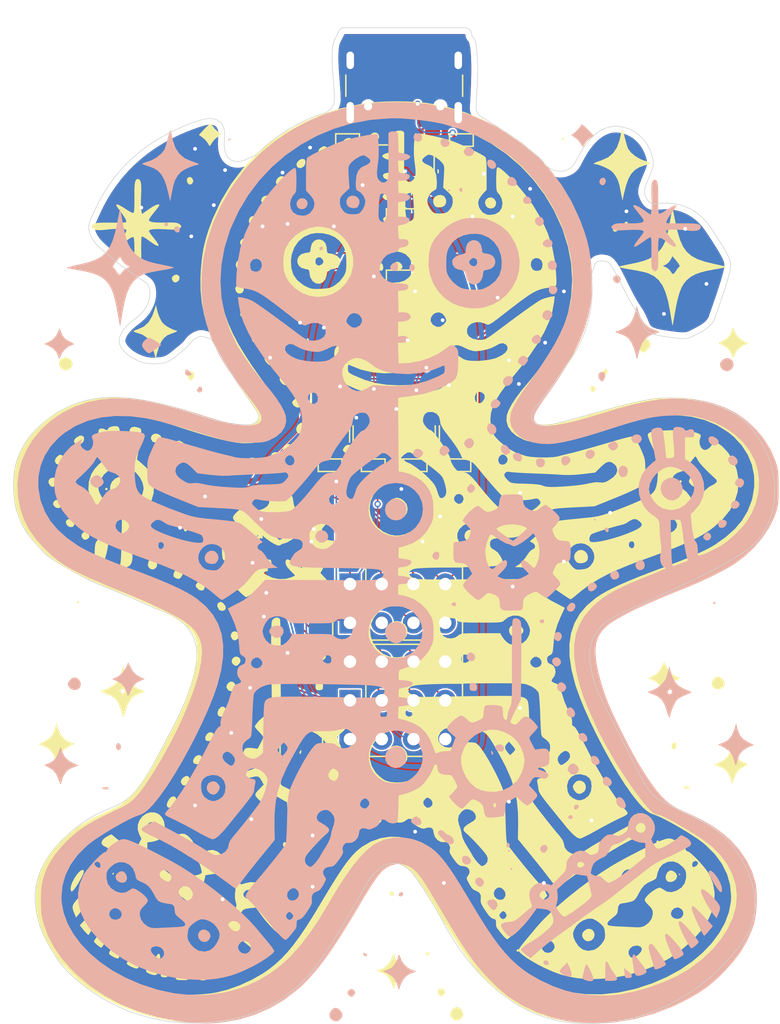
<source format=kicad_pcb>
(kicad_pcb (version 20241229) (generator "pcbnew") (generator_version "9.0")
  (layers (0 "F.Cu" signal) (2 "B.Cu" signal) (13 "F.Paste" user) (15 "B.Paste" user) (5 "F.SilkS" user "F.Silkscreen") (7 "B.SilkS" user "B.Silkscreen") (1 "F.Mask" user) (3 "B.Mask" user) (25 "Edge.Cuts" user))
  (net 0 "")
  (net 1 "+5V")
  (net 2 "Earth")
  (net 3 "+3.3V")
  (net 4 "/PC0_NRST")
  (net 5 "Net-(D1-A)")
  (net 6 "Net-(D1-K)")
  (net 7 "Net-(D5-A)")
  (net 8 "Net-(D5-K)")
  (net 9 "Net-(D10-A)")
  (net 10 "Net-(D10-K)")
  (net 11 "Net-(D13-A)")
  (net 12 "Net-(D13-K)")
  (net 13 "/PA5")
  (net 14 "/PA6")
  (net 15 "/PB7")
  (net 16 "/PA7")
  (net 17 "/PB4")
  (net 18 "/PB2")
  (net 19 "/PA3")
  (net 20 "/PB5")
  (net 21 "/PA2_SWC")
  (net 22 "/PB1")
  (net 23 "/PB0")
  (net 24 "/PB3")
  (net 25 "/PA0")
  (net 26 "/PС1")
  (net 27 "/PB6_SWD")
  (net 28 "/PA4")
  (net 29 "/PA1")
  (net 30 "Net-(Q1-B)")
  (net 31 "Net-(Q2-B)")
  (net 32 "Net-(Q3-B)")
  (net 33 "Net-(Q4-B)")
  (net 34 "Net-(X1-CC1)")
  (net 35 "Net-(X1-CC2)")
  (footprint "LED_SMD:LED_0402_1005Metric" (layer "F.Cu") (at 92.7 65.485 90)
    (property "Reference" "D14" (hide yes))
    (property "Value" "LED 0402")
  )
  (footprint "PCM_Resistor_SMD_AKL:R_0402_1005Metric" (layer "F.Cu") (at 111.65 84.6)
    (property "Reference" "R13" (hide yes))
    (property "Value" "1K" (hide yes))
  )
  (footprint "PCM_Resistor_SMD_AKL:R_0603_1608Metric" (layer "F.Cu") (at 114.2 64.9 180)
    (property "Reference" "R12" (hide yes))
    (property "Value" "22R" (hide yes))
  )
  (footprint "LED_SMD:LED_0402_1005Metric" (layer "F.Cu") (at 135.485 114.7)
    (property "Reference" "D3" (hide yes))
    (property "Value" "LED 0402")
  )
  (footprint "Capacitor_SMD:C_0402_1005Metric" (layer "F.Cu") (at 114.175 63.675 180)
    (property "Reference" "C4" (hide yes))
    (property "Value" "10uF")
  )
  (footprint "PCM_Resistor_SMD_AKL:R_0603_1608Metric" (layer "F.Cu") (at 114.2 69.8 180)
    (property "Reference" "R10" (hide yes))
    (property "Value" "22R" (hide yes))
  )
  (footprint "PCM_Resistor_SMD_AKL:R_0402_1005Metric" (layer "F.Cu") (at 108.2 84.6)
    (property "Reference" "R9" (hide yes))
    (property "Value" "1K" (hide yes))
  )
  (footprint "Package_TO_SOT_SMD:SOT-89-3" (layer "F.Cu") (at 114.1625 60.35 90)
    (property "Reference" "U1" (hide yes))
    (property "Value" "AMS1117-3.3")
  )
  (footprint "PCM_Resistor_SMD_AKL:R_0402_1005Metric" (layer "F.Cu") (at 118.7 58.6 180)
    (property "Reference" "R1" (hide yes))
    (property "Value" "5.1K" (hide yes))
  )
  (footprint "LED_SMD:LED_0402_1005Metric" (layer "F.Cu") (at 126.485 99.6)
    (property "Reference" "D2" (hide yes))
    (property "Value" "LED 0402")
  )
  (footprint "LED_SMD:LED_0402_1005Metric" (layer "F.Cu") (at 116.6 77.2 -90)
    (property "Reference" "D10" (hide yes))
    (property "Value" "LED 0402")
  )
  (footprint "PCM_Resistor_SMD_AKL:R_0402_1005Metric" (layer "F.Cu") (at 109.6 58.6 180)
    (property "Reference" "R2" (hide yes))
    (property "Value" "5.1K" (hide yes))
  )
  (footprint "PCM_Resistor_SMD_AKL:R_0603_1608Metric" (layer "F.Cu") (at 118.5 79.4)
    (property "Reference" "R6" (hide yes))
    (property "Value" "22R" (hide yes))
  )
  (footprint "Package_TO_SOT_SMD:SOT-23" (layer "F.Cu") (at 115.05 82.1 90)
    (property "Reference" "Q3" (hide yes))
    (property "Value" "SS8050")
  )
  (footprint "LED_SMD:LED_0402_1005Metric" (layer "F.Cu") (at 124.3 123.4)
    (property "Reference" "D4" (hide yes))
    (property "Value" "LED 0402")
  )
  (footprint "LED_SMD:LED_0402_1005Metric" (layer "F.Cu") (at 99.5 99.4)
    (property "Reference" "D8" (hide yes))
    (property "Value" "LED 0402")
  )
  (footprint "LED_SMD:LED_0402_1005Metric" (layer "F.Cu") (at 137.315 85.9)
    (property "Reference" "D1" (hide yes))
    (property "Value" "LED 0402")
  )
  (footprint "Connector_PinHeader_2.54mm:PinHeader_1x04_P2.54mm_Vertical" (layer "F.Cu") (at 109.79 97.2 90)
    (property "Reference" "X5" (hide yes))
    (property "Value" "Conn_01x04_Pin")
  )
  (footprint "LED_SMD:LED_0402_1005Metric" (layer "F.Cu") (at 119.8 68.4 90)
    (property "Reference" "D15" (hide yes))
    (property "Value" "LED 0402")
  )
  (footprint "Connector_PinHeader_2.54mm:PinHeader_1x04_P2.54mm_Vertical" (layer "F.Cu") (at 109.79 94.1 90)
    (property "Reference" "X6" (hide yes))
    (property "Value" "Conn_01x04_Pin")
  )
  (footprint "LOGO" (layer "F.Cu") (at 112.675 96.675)
    (property "Reference" "G***" (hide yes))
    (property "Value" "LOGO" (hide yes))
  )
  (footprint "Connector_PinHeader_2.54mm:PinHeader_1x04_P2.54mm_Vertical" (layer "F.Cu") (at 109.79 106.5 90)
    (property "Reference" "X2" (hide yes))
    (property "Value" "Conn_01x04_Pin")
  )
  (footprint "LED_SMD:LED_0402_1005Metric" (layer "F.Cu") (at 91.4 86.5)
    (property "Reference" "D7" (hide yes))
    (property "Value" "LED 0402")
  )
  (footprint "Package_TO_SOT_SMD:SOT-23" (layer "F.Cu") (at 118.5 82.1 90)
    (property "Reference" "Q1" (hide yes))
    (property "Value" "SS8050")
  )
  (footprint "LED_SMD:LED_0402_1005Metric" (layer "F.Cu") (at 90.085 114.7)
    (property "Reference" "D5" (hide yes))
    (property "Value" "LED 0402")
  )
  (footprint "PCM_Resistor_SMD_AKL:R_0402_1005Metric" (layer "F.Cu") (at 118.5 84.6)
    (property "Reference" "R7" (hide yes))
    (property "Value" "1K" (hide yes))
  )
  (footprint "LED_SMD:LED_0402_1005Metric" (layer "F.Cu") (at 131.5 60.5 90)
    (property "Reference" "D16" (hide yes))
    (property "Value" "LED 0402")
  )
  (footprint "PCM_Resistor_SMD_AKL:R_0402_1005Metric" (layer "F.Cu") (at 115 84.6)
    (property "Reference" "R11" (hide yes))
    (property "Value" "1K" (hide yes))
  )
  (footprint "LED_SMD:LED_0402_1005Metric" (layer "F.Cu") (at 107.3 68.4 90)
    (property "Reference" "D13" (hide yes))
    (property "Value" "LED 0402")
  )
  (footprint "LED_SMD:LED_0402_1005Metric" (layer "F.Cu") (at 103.3 123.5)
    (property "Reference" "D6" (hide yes))
    (property "Value" "LED 0402")
  )
  (footprint "Connector_PinHeader_2.54mm:PinHeader_1x04_P2.54mm_Vertical" (layer "F.Cu") (at 109.79 100.3 90)
    (property "Reference" "X4" (hide yes))
    (property "Value" "Conn_01x04_Pin")
  )
  (footprint "Button_Switch_SMD:SW_SPST_PTS810" (layer "F.Cu") (at 105.9 108.1 90)
    (property "Reference" "SW1" (hide yes))
    (property "Value" "KMR221GLFS")
  )
  (footprint "Connector_USB:USB_C_Receptacle_GCT_USB4105-xx-A_16P_TopMnt_Horizontal" (layer "F.Cu") (at 114.13 53.3 180)
    (property "Reference" "X1" (hide yes))
    (property "Value" "USB_C_Receptacle_USB2.0_16P")
  )
  (footprint "Capacitor_SMD:C_0402_1005Metric" (layer "F.Cu") (at 117.2 59.2 90)
    (property "Reference" "C1" (hide yes))
    (property "Value" "10uF")
  )
  (footprint "Package_TO_SOT_SMD:SOT-23" (layer "F.Cu") (at 108.2 82.1 90)
    (property "Reference" "Q2" (hide yes))
    (property "Value" "SS8050")
  )
  (footprint "Package_TO_SOT_SMD:SOT-23" (layer "F.Cu") (at 111.6 82.1 90)
    (property "Reference" "Q4" (hide yes))
    (property "Value" "SS8050")
  )
  (footprint "PCM_Resistor_SMD_AKL:R_0603_1608Metric" (layer "F.Cu") (at 108.2 79.4 180)
    (property "Reference" "R8" (hide yes))
    (property "Value" "22R" (hide yes))
  )
  (footprint "Capacitor_SMD:C_0402_1005Metric" (layer "F.Cu") (at 117.2 61.1 -90)
    (property "Reference" "C2" (hide yes))
    (property "Value" "10uF")
  )
  (footprint "LED_SMD:LED_0402_1005Metric" (layer "F.Cu") (at 94.2 73.9 -90)
    (property "Reference" "D12" (hide yes))
    (property "Value" "LED 0402")
  )
  (footprint "Capacitor_SMD:C_0402_1005Metric" (layer "F.Cu") (at 111.2 59.2 90)
    (property "Reference" "C3" (hide yes))
    (property "Value" "10uF")
  )
  (footprint "Connector_PinHeader_2.54mm:PinHeader_1x04_P2.54mm_Vertical" (layer "F.Cu") (at 109.79 103.4 90)
    (property "Reference" "X3" (hide yes))
    (property "Value" "Conn_01x04_Pin")
  )
  (footprint "Capacitor_SMD:C_0402_1005Metric" (layer "F.Cu") (at 109.3 109.4 -90)
    (property "Reference" "C5" (hide yes))
    (property "Value" "100nF")
  )
  (footprint "Capacitor_SMD:C_0402_1005Metric" (layer "F.Cu") (at 102.9 94 180)
    (property "Reference" "C8" (hide yes))
    (property "Value" "100nF")
  )
  (footprint "PCM_Resistor_SMD_AKL:R_0402_1005Metric" (layer "F.Cu") (at 108.3 109.4 90)
    (property "Reference" "R14" (hide yes))
    (property "Value" "10K" (hide yes))
  )
  (footprint "LED_SMD:LED_0402_1005Metric" (layer "F.Cu") (at 135.6 68.7 -90)
    (property "Reference" "D9" (hide yes))
    (property "Value" "LED 0402")
  )
  (footprint "LED_SMD:LED_0402_1005Metric" (layer "F.Cu") (at 110.5 77.4 -90)
    (property "Reference" "D11" (hide yes))
    (property "Value" "LED 0402")
  )
  (footprint "Capacitor_SMD:C_0402_1005Metric" (layer "F.Cu") (at 110.3 109.4 -90)
    (property "Reference" "C7" (hide yes))
    (property "Value" "10uF")
  )
  (footprint "PY32F002BF15U6TR:PY32F002BF15U6TR" (layer "F.Cu") (at 104.25 91.475)
    (property "Reference" "DD2" (hide yes))
    (property "Value" "PY32F002BF15U6TR")
  )
  (footprint "LOGO" (layer "B.Cu") (at 114.316595 96.734443 180)
    (property "Reference" "G***" (hide yes))
    (property "Value" "LOGO" (hide yes))
  )
  (gr_curve (pts (xy 90 94.25) (xy 88.8 93.8) (xy 85.625 92.075) (xy 85.15 91.425)) (stroke (width 0.05)) (layer "Edge.Cuts"))
  (gr_curve (pts (xy 97.4 74.475) (xy 96.95 74.75) (xy 97.125 74.875) (xy 96.4 75.45)) (stroke (width 0.05)) (layer "Edge.Cuts"))
  (gr_curve (pts (xy 140.225 68.75) (xy 140.225 69.225) (xy 139.4 71.65) (xy 139 72.725)) (stroke (width 0.05)) (layer "Edge.Cuts"))
  (gr_curve (pts (xy 125.275 60.375) (xy 125.7 61.05) (xy 126.575 61.225) (xy 127.1 61)) (stroke (width 0.05)) (layer "Edge.Cuts"))
  (gr_curve (pts (xy 94.275 96.075) (xy 94.175 96.025) (xy 91.2 94.7) (xy 90 94.25)) (stroke (width 0.05)) (layer "Edge.Cuts"))
  (gr_curve (pts (xy 98.825 74.75) (xy 98.725 74.55) (xy 98.725 74.5) (xy 98.35 74.4)) (stroke (width 0.05)) (layer "Edge.Cuts"))
  (gr_curve (pts (xy 82.95 87.275) (xy 82.6 84.7) (xy 83.475 82.975) (xy 84.575 81.85)) (stroke (width 0.05)) (layer "Edge.Cuts"))
  (gr_curve (pts (xy 114.575 117) (xy 114.2 116.7) (xy 113 115.55) (xy 111.375 117.65)) (stroke (width 0.05)) (layer "Edge.Cuts"))
  (gr_curve (pts (xy 89.05 64.925) (xy 89.725 63.425) (xy 91.525 58.925) (xy 98.025 56.95)) (stroke (width 0.05)) (layer "Edge.Cuts"))
  (gr_curve (pts (xy 101.925 81.325) (xy 102.575 81.125) (xy 102.6 80.65) (xy 102.375 80.325)) (stroke (width 0.05)) (layer "Edge.Cuts"))
  (gr_curve (pts (xy 102.4 59.675) (xy 102.55 59.525) (xy 104.425 57.55) (xy 107.475 56.525)) (stroke (width 0.05)) (layer "Edge.Cuts"))
  (gr_curve (pts (xy 127.1 61) (xy 127.625 60.775) (xy 127.7 60.575) (xy 127.9 60.2)) (stroke (width 0.05)) (layer "Edge.Cuts"))
  (gr_curve (pts (xy 134.775 79.225) (xy 136.45 79.225) (xy 140.175 79.2) (xy 142.3 82.175)) (stroke (width 0.05)) (layer "Edge.Cuts"))
  (gr_curve (pts (xy 132.625 72.175) (xy 131.675 70.825) (xy 130.925 68.475) (xy 130.275 68.3)) (stroke (width 0.05)) (layer "Edge.Cuts"))
  (gr_curve (pts (xy 94.125 108.4) (xy 96.675 103.5) (xy 100.275 97.95) (xy 94.275 96.075)) (stroke (width 0.05)) (layer "Edge.Cuts"))
  (gr_curve (pts (xy 102.375 80.325) (xy 102.15 80) (xy 100.85 78.1) (xy 100.7 77.9)) (stroke (width 0.05)) (layer "Edge.Cuts"))
  (gr_curve (pts (xy 130.275 104.075) (xy 133.325 109.85) (xy 133.35 110.7) (xy 134.75 111.475)) (stroke (width 0.05)) (layer "Edge.Cuts"))
  (gr_curve (pts (xy 99.2 81.025) (xy 99.2 81.025) (xy 101.275 81.525) (xy 101.925 81.325)) (stroke (width 0.05)) (layer "Edge.Cuts"))
  (gr_curve (pts (xy 127.9 60.2) (xy 128.1 59.825) (xy 129.325 57.175) (xy 131.425 57.525)) (stroke (width 0.05)) (layer "Edge.Cuts"))
  (gr_curve (pts (xy 119.875 55.975) (xy 119.875 55.975) (xy 119.8 56.525) (xy 120.425 56.825)) (stroke (width 0.05)) (layer "Edge.Cuts"))
  (gr_curve (pts (xy 134.75 111.475) (xy 136.15 112.25) (xy 138.65 113.175) (xy 139.9 114.5)) (stroke (width 0.05)) (layer "Edge.Cuts"))
  (gr_curve (pts (xy 138.675 65.65) (xy 140.35 68.15) (xy 140.225 68.275) (xy 140.225 68.75)) (stroke (width 0.05)) (layer "Edge.Cuts"))
  (gr_curve (pts (xy 86.3 123.95) (xy 85.625 122.775) (xy 82.675 118.725) (xy 86.625 114.725)) (stroke (width 0.05)) (layer "Edge.Cuts"))
  (gr_curve (pts (xy 93.525 70.05) (xy 93.15 69.75) (xy 91.475 68.7) (xy 90.825 68.1)) (stroke (width 0.05)) (layer "Edge.Cuts"))
  (gr_curve (pts (xy 84.575 81.85) (xy 85.675 80.725) (xy 87.8 79) (xy 91.325 79.175)) (stroke (width 0.05)) (layer "Edge.Cuts"))
  (gr_curve (pts (xy 92.55 76.1) (xy 91.675 75.65) (xy 91.425 75.075) (xy 91.375 74.925)) (stroke (width 0.05)) (layer "Edge.Cuts"))
  (gr_curve (pts (xy 134.9 74.3) (xy 132.9 74) (xy 133.575 73.525) (xy 132.625 72.175)) (stroke (width 0.05)) (layer "Edge.Cuts"))
  (gr_curve (pts (xy 107.475 56.525) (xy 107.475 56.525) (xy 108.525 56.375) (xy 108.55 55.35)) (stroke (width 0.05)) (layer "Edge.Cuts"))
  (gr_curve (pts (xy 108.55 55.35) (xy 108.575 54.325) (xy 108.1 51.45) (xy 108.575 50.55)) (stroke (width 0.05)) (layer "Edge.Cuts"))
  (gr_curve (pts (xy 100.7 77.9) (xy 100.55 77.7) (xy 98.925 74.95) (xy 98.825 74.75)) (stroke (width 0.05)) (layer "Edge.Cuts"))
  (gr_curve (pts (xy 124.3 80.85) (xy 124.325 81) (xy 124.6 81.6) (xy 125.975 81.325)) (stroke (width 0.05)) (layer "Edge.Cuts"))
  (gr_curve (pts (xy 98.025 56.95) (xy 98.025 56.95) (xy 99.95 56.375) (xy 99.75 58.45)) (stroke (width 0.05)) (layer "Edge.Cuts"))
  (gr_curve (pts (xy 92.55 72.95) (xy 94.125 71.8) (xy 93.9 70.35) (xy 93.525 70.05)) (stroke (width 0.05)) (layer "Edge.Cuts"))
  (gr_curve (pts (xy 98.175 129.175) (xy 91.175 129.575) (xy 86.975 125.125) (xy 86.3 123.95)) (stroke (width 0.05)) (layer "Edge.Cuts"))
  (gr_curve (pts (xy 117.25 121.15) (xy 116.475 119.65) (xy 114.95 117.3) (xy 114.575 117)) (stroke (width 0.05)) (layer "Edge.Cuts"))
  (gr_curve (pts (xy 129.375 68.55) (xy 129.375 68.65) (xy 129.1 69.225) (xy 129.1 69.5)) (stroke (width 0.05)) (layer "Edge.Cuts"))
  (gr_curve (pts (xy 125.975 81.325) (xy 127.35 81.05) (xy 133.1 79.225) (xy 134.775 79.225)) (stroke (width 0.05)) (layer "Edge.Cuts"))
  (gr_curve (pts (xy 130.275 68.3) (xy 129.625 68.125) (xy 129.375 68.45) (xy 129.375 68.55)) (stroke (width 0.05)) (layer "Edge.Cuts"))
  (gr_curve (pts (xy 98.35 74.4) (xy 97.975 74.3) (xy 97.85 74.2) (xy 97.4 74.475)) (stroke (width 0.05)) (layer "Edge.Cuts"))
  (gr_curve (pts (xy 141.775 91.175) (xy 139.325 93.175) (xy 131.675 96.2) (xy 131.025 96.65)) (stroke (width 0.05)) (layer "Edge.Cuts"))
  (gr_curve (pts (xy 127.525 129.175) (xy 121.475 128.625) (xy 118.025 122.65) (xy 117.25 121.15)) (stroke (width 0.05)) (layer "Edge.Cuts"))
  (gr_curve (pts (xy 109.025 49.7) (xy 109.1 49.65) (xy 109.175 49.625) (xy 109.2 49.625)) (stroke (width 0.05)) (layer "Edge.Cuts"))
  (gr_curve (pts (xy 133.35 62.85) (xy 133.475 63.325) (xy 133.725 63.725) (xy 134.15 63.7)) (stroke (width 0.05)) (layer "Edge.Cuts"))
  (gr_curve (pts (xy 134.15 63.7) (xy 134.575 63.675) (xy 137 63.15) (xy 138.675 65.65)) (stroke (width 0.05)) (layer "Edge.Cuts"))
  (gr_curve (pts (xy 85.15 91.425) (xy 84.675 90.775) (xy 83.3 89.85) (xy 82.95 87.275)) (stroke (width 0.05)) (layer "Edge.Cuts"))
  (gr_curve (pts (xy 141 122.975) (xy 138.375 126.5) (xy 133.575 129.725) (xy 127.525 129.175)) (stroke (width 0.05)) (layer "Edge.Cuts"))
  (gr_curve (pts (xy 109.2 49.625) (xy 119.05 49.625) (xy 119.075 49.625) (xy 119.05 49.625)) (stroke (width 0.05)) (layer "Edge.Cuts"))
  (gr_curve (pts (xy 94.675 76.45) (xy 93.975 76.525) (xy 93.425 76.55) (xy 92.55 76.1)) (stroke (width 0.05)) (layer "Edge.Cuts"))
  (gr_curve (pts (xy 137.85 73.95) (xy 136.75 74.525) (xy 136.9 74.6) (xy 134.9 74.3)) (stroke (width 0.05)) (layer "Edge.Cuts"))
  (gr_curve (pts (xy 119.05 49.625) (xy 119.025 49.625) (xy 119.525 49.7) (xy 119.525 50.15)) (stroke (width 0.05)) (layer "Edge.Cuts"))
  (gr_curve (pts (xy 111.375 117.65) (xy 111.375 117.65) (xy 108.975 121.925) (xy 108.25 122.925)) (stroke (width 0.05)) (layer "Edge.Cuts"))
  (gr_curve (pts (xy 142.3 82.175) (xy 144.425 85.15) (xy 144.225 89.175) (xy 141.775 91.175)) (stroke (width 0.05)) (layer "Edge.Cuts"))
  (gr_curve (pts (xy 127.425 76.15) (xy 125.2 79.375) (xy 124.45 80.125) (xy 124.35 80.35)) (stroke (width 0.05)) (layer "Edge.Cuts"))
  (gr_curve (pts (xy 139.9 114.5) (xy 141.15 115.825) (xy 143.625 119.45) (xy 141 122.975)) (stroke (width 0.05)) (layer "Edge.Cuts"))
  (gr_curve (pts (xy 108.575 50.55) (xy 109.05 49.65) (xy 108.95 49.75) (xy 109.025 49.7)) (stroke (width 0.05)) (layer "Edge.Cuts"))
  (gr_curve (pts (xy 124.35 80.35) (xy 124.25 80.575) (xy 124.275 80.7) (xy 124.3 80.85)) (stroke (width 0.05)) (layer "Edge.Cuts"))
  (gr_curve (pts (xy 139 72.725) (xy 139 72.725) (xy 138.95 73.375) (xy 137.85 73.95)) (stroke (width 0.05)) (layer "Edge.Cuts"))
  (gr_curve (pts (xy 96.4 75.45) (xy 95.675 76.025) (xy 95.375 76.375) (xy 94.675 76.45)) (stroke (width 0.05)) (layer "Edge.Cuts"))
  (gr_curve (pts (xy 134.05 60.55) (xy 134 61.15) (xy 133.225 62.375) (xy 133.35 62.85)) (stroke (width 0.05)) (layer "Edge.Cuts"))
  (gr_curve (pts (xy 91.375 74.925) (xy 91.375 74.925) (xy 90.975 74.1) (xy 92.55 72.95)) (stroke (width 0.05)) (layer "Edge.Cuts"))
  (gr_curve (pts (xy 91.325 79.175) (xy 94.85 79.35) (xy 97.525 80.725) (xy 99.2 81.025)) (stroke (width 0.05)) (layer "Edge.Cuts"))
  (gr_curve (pts (xy 119.525 50.15) (xy 119.525 50.6) (xy 120.275 49.7) (xy 119.875 55.975)) (stroke (width 0.05)) (layer "Edge.Cuts"))
  (gr_curve (pts (xy 129.1 69.5) (xy 129.1 69.775) (xy 129.65 72.925) (xy 127.425 76.15)) (stroke (width 0.05)) (layer "Edge.Cuts"))
  (gr_curve (pts (xy 131.425 57.525) (xy 133.525 57.875) (xy 134.1 59.95) (xy 134.05 60.55)) (stroke (width 0.05)) (layer "Edge.Cuts"))
  (gr_curve (pts (xy 120.425 56.825) (xy 121.05 57.125) (xy 124.85 59.7) (xy 125.275 60.375)) (stroke (width 0.05)) (layer "Edge.Cuts"))
  (gr_curve (pts (xy 108.25 122.925) (xy 107.525 123.925) (xy 105.175 128.775) (xy 98.175 129.175)) (stroke (width 0.05)) (layer "Edge.Cuts"))
  (gr_curve (pts (xy 101.425 60.175) (xy 102.025 59.9) (xy 102.25 59.825) (xy 102.4 59.675)) (stroke (width 0.05)) (layer "Edge.Cuts"))
  (gr_curve (pts (xy 99.75 58.45) (xy 99.55 60.525) (xy 100.825 60.45) (xy 101.425 60.175)) (stroke (width 0.05)) (layer "Edge.Cuts"))
  (gr_curve (pts (xy 86.625 114.725) (xy 90.575 110.725) (xy 91.575 113.3) (xy 94.125 108.4)) (stroke (width 0.05)) (layer "Edge.Cuts"))
  (gr_curve (pts (xy 90.825 68.1) (xy 90.175 67.5) (xy 88.375 66.425) (xy 89.05 64.925)) (stroke (width 0.05)) (layer "Edge.Cuts"))
  (gr_curve (pts (xy 131.025 96.65) (xy 130.375 97.1) (xy 127.225 98.3) (xy 130.275 104.075)) (stroke (width 0.05)) (layer "Edge.Cuts"))
  (via (at 97.4 111.8) (size 0.5) (drill 0.3) (layers "F.Cu" "B.Cu") (net 2))
  (via (at 126.9 92.3) (size 0.5) (drill 0.3) (layers "F.Cu" "B.Cu") (net 2))
  (via (at 110.3 80.8) (size 0.5) (drill 0.3) (layers "F.Cu" "B.Cu") (net 2))
  (via (at 122.8 64.7) (size 0.5) (drill 0.3) (layers "F.Cu" "B.Cu") (net 2))
  (via (at 126.9 70.7) (size 0.5) (drill 0.3) (layers "F.Cu" "B.Cu") (net 2))
  (via (at 107.7 73.6) (size 0.5) (drill 0.3) (layers "F.Cu" "B.Cu") (net 2))
  (via (at 99.6 119.3) (size 0.5) (drill 0.3) (layers "F.Cu" "B.Cu") (net 2))
  (via (at 117.3 118) (size 0.5) (drill 0.3) (layers "F.Cu" "B.Cu") (net 2))
  (via (at 122.8 94.3) (size 0.5) (drill 0.3) (layers "F.Cu" "B.Cu") (net 2))
  (via (at 106.8 118.3) (size 0.5) (drill 0.3) (layers "F.Cu" "B.Cu") (net 2))
  (via (at 102.8 65.5) (size 0.5) (drill 0.3) (layers "F.Cu" "B.Cu") (net 2))
  (via (at 98.9 63.8) (size 0.5) (drill 0.3) (layers "F.Cu" "B.Cu") (net 2))
  (via (at 96.2 89.6) (size 0.5) (drill 0.3) (layers "F.Cu" "B.Cu") (net 2))
  (via (at 113.5 80.1) (size 0.5) (drill 0.3) (layers "F.Cu" "B.Cu") (net 2))
  (via (at 115 113.9) (size 0.5) (drill 0.3) (layers "F.Cu" "B.Cu") (net 2))
  (via (at 117 88.7) (size 0.5) (drill 0.3) (layers "F.Cu" "B.Cu") (net 2))
  (via (at 125.4 74.8) (size 0.5) (drill 0.3) (layers "F.Cu" "B.Cu") (net 2))
  (via (at 99.8 61) (size 0.5) (drill 0.3) (layers "F.Cu" "B.Cu") (net 2))
  (via (at 123.3 78.1) (size 0.5) (drill 0.3) (layers "F.Cu" "B.Cu") (net 2))
  (via (at 138.3 70.1) (size 0.5) (drill 0.3) (layers "F.Cu" "B.Cu") (net 2))
  (via (at 102.9 96.7) (size 0.5) (drill 0.3) (layers "F.Cu" "B.Cu") (net 2))
  (via (at 124.2 62.5) (size 0.5) (drill 0.3) (layers "F.Cu" "B.Cu") (net 2))
  (via (at 134.9 72.5) (size 0.5) (drill 0.3) (layers "F.Cu" "B.Cu") (net 2))
  (via (at 121.6 71.2) (size 0.5) (drill 0.3) (layers "F.Cu" "B.Cu") (net 2))
  (via (at 97.1 66.3) (size 0.5) (drill 0.3) (layers "F.Cu" "B.Cu") (net 2))
  (via (at 103.4 76) (size 0.5) (drill 0.3) (layers "F.Cu" "B.Cu") (net 2))
  (via (at 110.8 62.2) (size 0.5) (drill 0.3) (layers "F.Cu" "B.Cu") (net 2))
  (via (at 101.8 102.4) (size 0.5) (drill 0.3) (layers "F.Cu" "B.Cu") (net 2))
  (via (at 122.5 76.2) (size 0.5) (drill 0.3) (layers "F.Cu" "B.Cu") (net 2))
  (via (at 106.8 114.2) (size 0.5) (drill 0.3) (layers "F.Cu" "B.Cu") (net 2))
  (via (at 106.9 89.7) (size 0.5) (drill 0.3) (layers "F.Cu" "B.Cu") (net 2))
  (via (at 104.8 99.6) (size 0.5) (drill 0.3) (layers "F.Cu" "B.Cu") (net 2))
  (via (at 113.9 86.5) (size 0.5) (drill 0.3) (layers "F.Cu" "B.Cu") (net 2))
  (via (at 123.4 86.8) (size 0.5) (drill 0.3) (layers "F.Cu" "B.Cu") (net 2))
  (via (at 114.4 74.6) (size 0.5) (drill 0.3) (layers "F.Cu" "B.Cu") (net 2))
  (via (at 98.2 87.1) (size 0.5) (drill 0.3) (layers "F.Cu" "B.Cu") (net 2))
  (via (at 125.3 118) (size 0.5) (drill 0.3) (layers "F.Cu" "B.Cu") (net 2))
  (via (at 100.3 106) (size 0.5) (drill 0.3) (layers "F.Cu" "B.Cu") (net 2))
  (via (at 105.8 73.2) (size 0.5) (drill 0.3) (layers "F.Cu" "B.Cu") (net 2))
  (via (at 129.1 113) (size 0.5) (drill 0.3) (layers "F.Cu" "B.Cu") (net 2))
  (via (at 123.4 104) (size 0.5) (drill 0.3) (layers "F.Cu" "B.Cu") (net 2))
  (via (at 102.7 88.9) (size 0.5) (drill 0.3) (layers "F.Cu" "B.Cu") (net 2))
  (via (at 93.1 64) (size 0.5) (drill 0.3) (layers "F.Cu" "B.Cu") (net 2))
  (via (at 108.5 65.5) (size 0.5) (drill 0.3) (layers "F.Cu" "B.Cu") (net 2))
  (via (at 131.9 64.3) (size 0.5) (drill 0.3) (layers "F.Cu" "B.Cu") (net 2))
  (via (at 130.6 88.4) (size 0.5) (drill 0.3) (layers "F.Cu" "B.Cu") (net 2))
  (via (at 104.4 61.2) (size 0.5) (drill 0.3) (layers "F.Cu" "B.Cu") (net 2))
  (via (at 120.5 61.3) (size 0.5) (drill 0.3) (layers "F.Cu" "B.Cu") (net 2))
  (via (at 122.5 111.5) (size 0.5) (drill 0.3) (layers "F.Cu" "B.Cu") (net 2))
  (via (at 106.6 59.2) (size 0.5) (drill 0.3) (layers "F.Cu" "B.Cu") (net 2))
  (via (at 117.2 73) (size 0.5) (drill 0.3) (layers "F.Cu" "B.Cu") (net 2))
  (via (at 119.6 64.7) (size 0.5) (drill 0.3) (layers "F.Cu" "B.Cu") (net 2))
  (via (at 104.8 65.3) (size 0.5) (drill 0.3) (layers "F.Cu" "B.Cu") (net 2))
  (via (at 136.6 65.7) (size 0.5) (drill 0.3) (layers "F.Cu" "B.Cu") (net 2))
  (via (at 101.9 112.9) (size 0.5) (drill 0.3) (layers "F.Cu" "B.Cu") (net 2))
  (via (at 97.4 59.3) (size 0.5) (drill 0.3) (layers "F.Cu" "B.Cu") (net 2))
  (segment (start 114.1 59.8) (end 114.1 62.061612) (width 0.4) (layer "F.Cu") (net 3))
  (segment (start 114.1625 61.174949) (end 114.1625 62.2125) (width 0.4) (layer "F.Cu") (net 3))
  (segment (start 109.611192 109.3915) (end 109.645543 109.390963) (width 0.127) (layer "F.Cu") (net 3))
  (segment (start 111.2 59.68) (end 113.810294 59.68) (width 0.4) (layer "F.Cu") (net 3))
  (segment (start 110.299576 108.897233) (end 110.299576 107.730225) (width 0.127) (layer "F.Cu") (net 3))
  (segment (start 114.1625 62.2125) (end 114.1625 62.486) (width 0.4) (layer "F.Cu") (net 3))
  (segment (start 110.3 108.92) (end 110.299576 108.897233) (width 0.127) (layer "F.Cu") (net 3))
  (segment (start 108.3 109.91) (end 108.698074 109.511926) (width 0.127) (layer "F.Cu") (net 3))
  (segment (start 108.988808 109.3915) (end 109.644247 109.3915) (width 0.127) (layer "F.Cu") (net 3))
  (segment (start 114.2 61.1) (end 114.188481 61.112225) (width 0.4) (layer "F.Cu") (net 3))
  (segment (start 115.025 64.9) (end 115.025 64.568259) (width 0.4) (layer "F.Cu") (net 3))
  (segment (start 117.675 79.4) (end 117.675 78.260355) (width 0.4) (layer "F.Cu") (net 3))
  (segment (start 103.38 94) (end 103.38 94.12402) (width 0.4) (layer "F.Cu") (net 3))
  (segment (start 108.698074 109.511926) (end 108.717422 109.493204) (width 0.127) (layer "F.Cu") (net 3))
  (segment (start 115.025 69.8) (end 115.025 70.639645) (width 0.4) (layer "F.Cu") (net 3))
  (segment (start 109.98216 109.23784) (end 110.3 108.92) (width 0.127) (layer "F.Cu") (net 3))
  (segment (start 103.4495 92.975) (end 103.4495 93.832212) (width 0.127) (layer "F.Cu") (net 3))
  (segment (start 109.025 79.4) (end 109.025 78.360355) (width 0.4) (layer "F.Cu") (net 3))
  (segment (start 109.644247 109.3915) (end 109.645543 109.390963) (width 0.127) (layer "F.Cu") (net 3))
  (via (at 114.2 61.1) (size 0.5) (drill 0.3) (layers "F.Cu" "B.Cu") (net 3))
  (via (at 115 70.7) (size 0.5) (drill 0.3) (layers "F.Cu" "B.Cu") (net 3))
  (via (at 117.7 78.2) (size 0.5) (drill 0.3) (layers "F.Cu" "B.Cu") (net 3))
  (via (at 109 78.3) (size 0.5) (drill 0.3) (layers "F.Cu" "B.Cu") (net 3))
  (via (at 103.1 94.8) (size 0.5) (drill 0.3) (layers "F.Cu" "B.Cu") (net 3))
  (arc (start 110.299576 107.730225) (mid 110.167142 107.064432) (end 109.79 106.5) (width 0.127) (layer "F.Cu") (net 3))
  (arc (start 108.760137 109.460432) (mid 108.869322 109.408889) (end 108.988808 109.3915) (width 0.127) (layer "F.Cu") (net 3))
  (arc (start 114.1625 62.486) (mid 114.290497 63.129482) (end 114.655 63.675) (width 0.4) (layer "F.Cu") (net 3))
  (arc (start 103.38 94.12402) (mid 103.30723 94.489858) (end 103.1 94.8) (width 0.4) (layer "F.Cu") (net 3))
  (arc (start 108.717422 109.493204) (mid 108.738223 109.476091) (end 108.760137 109.460432) (width 0.127) (layer "F.Cu") (net 3))
  (arc (start 113.810294 59.68) (mid 113.967082 59.711187) (end 114.1 59.8) (width 0.4) (layer "F.Cu") (net 3))
  (arc (start 115.025 64.568259) (mid 114.92884 64.084831) (end 114.655 63.675) (width 0.4) (layer "F.Cu") (net 3))
  (arc (start 109.645543 109.390963) (mid 109.827952 109.345272) (end 109.98216 109.23784) (width 0.127) (layer "F.Cu") (net 3))
  (arc (start 114.188481 61.112225) (mid 114.169253 61.141003) (end 114.1625 61.174949) (width 0.4) (layer "F.Cu") (net 3))
  (arc (start 117.675 78.260355) (mid 117.681497 78.227691) (end 117.7 78.2) (width 0.4) (layer "F.Cu") (net 3))
  (arc (start 109.025 78.360355) (mid 109.018503 78.327691) (end 109 78.3) (width 0.4) (layer "F.Cu") (net 3))
  (arc (start 115.025 70.639645) (mid 115.018502 70.672309) (end 115 70.7) (width 0.4) (layer "F.Cu") (net 3))
  (arc (start 114.1 62.061612) (mid 114.116244 62.143272) (end 114.1625 62.2125) (width 0.4) (layer "F.Cu") (net 3))
  (arc (start 103.4495 93.832212) (mid 103.431437 93.923019) (end 103.38 94) (width 0.127) (layer "F.Cu") (net 3))
  (segment (start 117.7 78.2) (end 120.4 78.2) (width 0.4) (layer "B.Cu") (net 3))
  (segment (start 120.4 106.251472) (end 120.4 103.8) (width 0.4) (layer "B.Cu") (net 3))
  (segment (start 115.10127 108.7) (end 116.1 108.7) (width 0.4) (layer "B.Cu") (net 3))
  (segment (start 120.4 78.2) (end 120.4 76.068124) (width 0.4) (layer "B.Cu") (net 3))
  (segment (start 101.3 93.8) (end 101.28138 93.780675) (width 0.4) (layer "B.Cu") (net 3))
  (segment (start 120.4 103.8) (end 120.4 78.2) (width 0.4) (layer "B.Cu") (net 3))
  (segment (start 101.734314 94.234315) (end 101.3 93.8) (width 0.4) (layer "B.Cu") (net 3))
  (segment (start 106.4 78.4) (end 106.4 78.2) (width 0.4) (layer "B.Cu") (net 3))
  (segment (start 104.294112 82.905887) (end 104.9 82.3) (width 0.4) (layer "B.Cu") (net 3))
  (segment (start 116.1 108.7) (end 116.5 108.7) (width 0.4) (layer "B.Cu") (net 3))
  (segment (start 115 70.7) (end 115 62.821799) (width 0.4) (layer "B.Cu") (net 3))
  (segment (start 106.4 78.861523) (end 106.4 78.4) (width 0.4) (layer "B.Cu") (net 3))
  (segment (start 116.5 108.7) (end 117.385786 108.7) (width 0.4) (layer "B.Cu") (net 3))
  (segment (start 112.976093 62.323907) (end 114.2 61.1) (width 0.4) (layer "B.Cu") (net 3))
  (segment (start 109 78.3) (end 106.641421 78.3) (width 0.4) (layer "B.Cu") (net 3))
  (segment (start 104.9 82.3) (end 105.02929 82.17071) (width 0.4) (layer "B.Cu") (net 3))
  (segment (start 100.8 92.618521) (end 100.8 91.341421) (width 0.4) (layer "B.Cu") (net 3))
  (arc (start 103.1 94.8) (mid 102.360896 94.652983) (end 101.734314 94.234315) (width 0.4) (layer "B.Cu") (net 3))
  (arc (start 100.8 91.341421) (mid 101.70809 86.776143) (end 104.294112 82.905887) (width 0.4) (layer "B.Cu") (net 3))
  (arc (start 109.79 106.5) (mid 112.226832 108.128238) (end 115.10127 108.7) (width 0.4) (layer "B.Cu") (net 3))
  (arc (start 117.385786 108.7) (mid 118.69235 108.440108) (end 119.8 107.7) (width 0.4) (layer "B.Cu") (net 3))
  (arc (start 106.641421 78.3) (mid 106.510765 78.325989) (end 106.4 78.4) (width 0.4) (layer "B.Cu") (net 3))
  (arc (start 105.02929 82.17071) (mid 106.043764 80.652442) (end 106.4 78.861523) (width 0.4) (layer "B.Cu") (net 3))
  (arc (start 119.8 107.7) (mid 120.244065 107.03541) (end 120.4 106.251472) (width 0.4) (layer "B.Cu") (net 3))
  (arc (start 120.4 76.068124) (mid 118.788673 67.967434) (end 114.2 61.1) (width 0.4) (layer "B.Cu") (net 3))
  (arc (start 115 62.821799) (mid 114.830876 61.971553) (end 114.34925 61.25075) (width 0.4) (layer "B.Cu") (net 3))
  (arc (start 101.28138 93.780675) (mid 100.925106 93.247475) (end 100.8 92.618521) (width 0.4) (layer "B.Cu") (net 3))
  (arc (start 106.4 78.2) (mid 108.109071 69.60792) (end 112.976093 62.323907) (width 0.4) (layer "B.Cu") (net 3))
  (segment (start 106.975 106.025) (end 106.975 103.614119) (width 0.127) (layer "F.Cu") (net 4))
  (segment (start 100.2 92.748528) (end 100.2 95.695837) (width 0.127) (layer "F.Cu") (net 4))
  (segment (start 106.975 110.175) (end 106.975 108.9) (width 0.127) (layer "F.Cu") (net 4))
  (segment (start 108.3 108.89) (end 106.999142 108.89) (width 0.127) (layer "F.Cu") (net 4))
  (segment (start 106.975 108.9) (end 106.975 106.025) (width 0.127) (layer "F.Cu") (net 4))
  (segment (start 102.75 90.6745) (end 102.310091 90.6745) (width 0.127) (layer "F.Cu") (net 4))
  (segment (start 101.9 99.8) (end 102.466512 100.366512) (width 0.127) (layer "F.Cu") (net 4))
  (segment (start 109.3 108.92) (end 108.372426 108.92) (width 0.127) (layer "F.Cu") (net 4))
  (arc (start 102.466512 100.366512) (mid 105.826557 102.611622) (end 109.79 103.4) (width 0.127) (layer "F.Cu") (net 4))
  (arc (start 108.372426 108.92) (mid 108.333229 108.912203) (end 108.3 108.89) (width 0.127) (layer "F.Cu") (net 4))
  (arc (start 106.975 103.614119) (mid 107.033476 103.320143) (end 107.2 103.070921) (width 0.127) (layer "F.Cu") (net 4))
  (arc (start 106.999142 108.89) (mid 106.986077 108.892599) (end 106.975 108.9) (width 0.127) (layer "F.Cu") (net 4))
  (arc (start 100.8 91.3) (mid 100.355935 91.96459) (end 100.2 92.748528) (width 0.127) (layer "F.Cu") (net 4))
  (arc (start 102.310091 90.6745) (mid 101.492836 90.837062) (end 100.8 91.3) (width 0.127) (layer "F.Cu") (net 4))
  (arc (start 100.2 95.695837) (mid 100.641816 97.916994) (end 101.9 99.8) (width 0.127) (layer "F.Cu") (net 4))
  (segment (start 135.97 116.061156) (end 135.97 114.7) (width 0.127) (layer "F.Cu") (net 5))
  (segment (start 133.455635 81.2) (end 134.144365 81.2) (width 0.4) (layer "F.Cu") (net 5))
  (segment (start 125.9 83.1) (end 128.868629 83.1) (width 0.4) (layer "F.Cu") (net 5))
  (segment (start 126.97 99.6) (end 126.97 102.174882) (width 0.127) (layer "F.Cu") (net 5))
  (segment (start 124.785 123.4) (end 129.112994 123.4) (width 0.127) (layer "F.Cu") (net 5))
  (segment (start 133.7 121.5) (end 133.729289 121.470711) (width 0.127) (layer "F.Cu") (net 5))
  (segment (start 129.3 107.8) (end 135.807366 114.307366) (width 0.127) (layer "F.Cu") (net 5))
  (segment (start 137.8 84.714214) (end 137.8 85.9) (width 0.4) (layer "F.Cu") (net 5))
  (segment (start 136.527208 88.972792) (end 127.726604 97.773396) (width 0.127) (layer "F.Cu") (net 5))
  (segment (start 119.325 79.4) (end 120.992068 81.067068) (width 0.4) (layer "F.Cu") (net 5))
  (arc (start 120.992068 81.067068) (mid 123.243846 82.571658) (end 125.9 83.1) (width 0.4) (layer "F.Cu") (net 5))
  (arc (start 133.729289 121.470711) (mid 135.387658 118.988786) (end 135.97 116.061156) (width 0.127) (layer "F.Cu") (net 5))
  (arc (start 136.8 82.3) (mid 137.540108 83.407651) (end 137.8 84.714214) (width 0.4) (layer "F.Cu") (net 5))
  (arc (start 134.144365 81.2) (mid 135.581584 81.485881) (end 136.8 82.3) (width 0.4) (layer "F.Cu") (net 5))
  (arc (start 130.8 82.3) (mid 132.018416 81.485881) (end 133.455635 81.2) (width 0.4) (layer "F.Cu") (net 5))
  (arc (start 137.8 85.9) (mid 137.469212 87.562983) (end 136.527208 88.972792) (width 0.127) (layer "F.Cu") (net 5))
  (arc (start 127.726604 97.773396) (mid 127.166635 98.611449) (end 126.97 99.6) (width 0.127) (layer "F.Cu") (net 5))
  (arc (start 129.112994 123.4) (mid 131.595464 122.906206) (end 133.7 121.5) (width 0.127) (layer "F.Cu") (net 5))
  (arc (start 135.807366 114.307366) (mid 135.927733 114.487508) (end 135.97 114.7) (width 0.127) (layer "F.Cu") (net 5))
  (arc (start 128.868629 83.1) (mid 129.91388 82.892087) (end 130.8 82.3) (width 0.4) (layer "F.Cu") (net 5))
  (arc (start 126.97 102.174882) (mid 127.575547 105.219174) (end 129.3 107.8) (width 0.127) (layer "F.Cu") (net 5))
  (segment (start 129.085786 84.2) (end 127.3 84.2) (width 0.127) (layer "F.Cu") (net 6))
  (segment (start 136.4 83.5) (end 135.994975 83.094975) (width 0.127) (layer "F.Cu") (net 6))
  (segment (start 136.83 85.9) (end 136.83 84.538112) (width 0.127) (layer "F.Cu") (net 6))
  (segment (start 134.8 82.6) (end 132.948528 82.6) (width 0.127) (layer "F.Cu") (net 6))
  (segment (start 135 114.7) (end 135 116.144365) (width 0.127) (layer "F.Cu") (net 6))
  (segment (start 127.3 84.2) (end 125.262742 84.2) (width 0.127) (layer "F.Cu") (net 6))
  (segment (start 127.329289 96.970711) (end 135.719842 88.580158) (width 0.127) (layer "F.Cu") (net 6))
  (segment (start 121.4 82.6) (end 120.996644 82.196644) (width 0.127) (layer "F.Cu") (net 6))
  (segment (start 135 114.7) (end 130.313351 110.013351) (width 0.127) (layer "F.Cu") (net 6))
  (segment (start 126.919239 97.380761) (end 127.329289 96.970711) (width 0.127) (layer "F.Cu") (net 6))
  (segment (start 127.7 121.8) (end 127.677742 121.8) (width 0.127) (layer "F.Cu") (net 6))
  (segment (start 133.9 118.8) (end 133.162742 119.537258) (width 0.127) (layer "F.Cu") (net 6))
  (arc (start 135.994975 83.094975) (mid 135.446716 82.728639) (end 134.8 82.6) (width 0.127) (layer "F.Cu") (net 6))
  (arc (start 126 99.6) (mid 126.238902 98.398956) (end 126.919239 97.380761) (width 0.127) (layer "F.Cu") (net 6))
  (arc (start 133.162742 119.537258) (mid 130.656415 121.211933) (end 127.7 121.8) (width 0.127) (layer "F.Cu") (net 6))
  (arc (start 130.313351 110.013351) (mid 127.121003 105.235665) (end 126 99.6) (width 0.127) (layer "F.Cu") (net 6))
  (arc (start 136.83 84.538112) (mid 136.718247 83.976289) (end 136.4 83.5) (width 0.127) (layer "F.Cu") (net 6))
  (arc (start 127.677742 121.8) (mid 125.587241 122.215826) (end 123.815 123.4) (width 0.127) (layer "F.Cu") (net 6))
  (arc (start 132.948528 82.6) (mid 132.164591 82.755935) (end 131.5 83.2) (width 0.127) (layer "F.Cu") (net 6))
  (arc (start 120.996644 82.196644) (mid 119.851174 81.431265) (end 118.5 81.1625) (width 0.127) (layer "F.Cu") (net 6))
  (arc (start 135.719842 88.580158) (mid 136.54148 87.350491) (end 136.83 85.9) (width 0.127) (layer "F.Cu") (net 6))
  (arc (start 131.5 83.2) (mid 130.392349 83.940109) (end 129.085786 84.2) (width 0.127) (layer "F.Cu") (net 6))
  (arc (start 125.262742 84.2) (mid 123.172241 83.784174) (end 121.4 82.6) (width 0.127) (layer "F.Cu") (net 6))
  (arc (start 135 116.144365) (mid 134.714119 117.581585) (end 133.9 118.8) (width 0.127) (layer "F.Cu") (net 6))
  (segment (start 93.265685 85) (end 94.492893 85) (width 0.4) (layer "F.Cu") (net 7))
  (segment (start 102.475735 122.3) (end 98.779899 122.3) (width 0.127) (layer "F.Cu") (net 7))
  (segment (start 91.9 87.9) (end 91.9 86.536213) (width 0.127) (layer "F.Cu") (net 7))
  (segment (start 103.4 122.7) (end 103.370711 122.670711) (width 0.127) (layer "F.Cu") (net 7))
  (segment (start 91.885 86.5) (end 91.885 86.401899) (width 0.4) (layer "F.Cu") (net 7))
  (segment (start 97.148528 86.1) (end 99.6 86.1) (width 0.4) (layer "F.Cu") (net 7))
  (segment (start 103.491551 122.79155) (end 103.4 122.7) (width 0.127) (layer "F.Cu") (net 7))
  (segment (start 104.5 84.3) (end 105.943109 82.856891) (width 0.4) (layer "F.Cu") (net 7))
  (segment (start 97.770711 95.670711) (end 93.243503 91.143503) (width 0.127) (layer "F.Cu") (net 7))
  (segment (start 98.913733 96.813733) (end 97.770711 95.670711) (width 0.127) (layer "F.Cu") (net 7))
  (segment (start 95.4 120.9) (end 91.538736 117.038736) (width 0.127) (layer "F.Cu") (net 7))
  (segment (start 91.133345 114.466655) (end 95.590331 110.009669) (width 0.127) (layer "F.Cu") (net 7))
  (segment (start 99.6 86.1) (end 100.154416 86.1) (width 0.4) (layer "F.Cu") (net 7))
  (arc (start 90.57 114.7) (mid 90.87488 114.639356) (end 91.133345 114.466655) (width 0.127) (layer "F.Cu") (net 7))
  (arc (start 103.370711 122.670711) (mid 102.960093 122.396345) (end 102.475735 122.3) (width 0.127) (layer "F.Cu") (net 7))
  (arc (start 99.985 99.4) (mid 99.706587 98.000322) (end 98.913733 96.813733) (width 0.127) (layer "F.Cu") (net 7))
  (arc (start 91.9 86.536213) (mid 91.896102 86.516615) (end 91.885 86.5) (width 0.127) (layer "F.Cu") (net 7))
  (arc (start 95.590331 110.009669) (mid 98.842863 105.141911) (end 99.985 99.4) (width 0.127) (layer "F.Cu") (net 7))
  (arc (start 98.779899 122.3) (mid 96.95071 121.936152) (end 95.4 120.9) (width 0.127) (layer "F.Cu") (net 7))
  (arc (start 92.3 85.4) (mid 92.74306 85.103957) (end 93.265685 85) (width 0.4) (layer "F.Cu") (net 7))
  (arc (start 103.785 123.5) (mid 103.708735 123.11659) (end 103.491551 122.79155) (width 0.127) (layer "F.Cu") (net 7))
  (arc (start 94.492893 85) (mid 95.146175 85.129946) (end 95.7 85.5) (width 0.4) (layer "F.Cu") (net 7))
  (arc (start 105.943109 82.856891) (mid 107.002864 81.270856) (end 107.375 79.4) (width 0.4) (layer "F.Cu") (net 7))
  (arc (start 91.885 86.401899) (mid 91.992855 85.859675) (end 92.3 85.4) (width 0.4) (layer "F.Cu") (net 7))
  (arc (start 100.154416 86.1) (mid 102.506229 85.632195) (end 104.5 84.3) (width 0.4) (layer "F.Cu") (net 7))
  (arc (start 93.243503 91.143503) (mid 92.249165 89.655371) (end 91.9 87.9) (width 0.127) (layer "F.Cu") (net 7))
  (arc (start 95.7 85.5) (mid 96.36459 85.944065) (end 97.148528 86.1) (width 0.4) (layer "F.Cu") (net 7))
  (arc (start 91.538736 117.038736) (mid 90.821766 115.965715) (end 90.57 114.7) (width 0.127) (layer "F.Cu") (net 7))
  (segment (start 108.2 79.482843) (end 108.2 81.1625) (width 0.127) (layer "F.Cu") (net 8))
  (segment (start 93.32977 92.329769) (end 95.5 94.5) (width 0.127) (layer "F.Cu") (net 8))
  (segment (start 97.165686 85.2) (end 99.754416 85.2) (width 0.127) (layer "F.Cu") (net 8))
  (segment (start 98.3 124.1) (end 101.366472 124.1) (width 0.127) (layer "F.Cu") (net 8))
  (segment (start 96 84.7) (end 96.029289 84.729289) (width 0.127) (layer "F.Cu") (net 8))
  (segment (start 90.4 119.8) (end 92.154416 121.554416) (width 0.127) (layer "F.Cu") (net 8))
  (segment (start 95.5 94.5) (end 98.035657 97.035657) (width 0.127) (layer "F.Cu") (net 8))
  (segment (start 89.6 114.7) (end 89.6 117.868629) (width 0.127) (layer "F.Cu") (net 8))
  (segment (start 105.899457 80.776276) (end 105.899457 79.425575) (width 0.127) (layer "F.Cu") (net 8))
  (segment (start 94.2 84.1) (end 94.551472 84.1) (width 0.127) (layer "F.Cu") (net 8))
  (segment (start 106.2 78.7) (end 106.3 78.6) (width 0.127) (layer "F.Cu") (net 8))
  (segment (start 107.812132 78.712132) (end 107.929289 78.829289) (width 0.127) (layer "F.Cu") (net 8))
  (segment (start 91.8 112.5) (end 89.6 114.7) (width 0.127) (layer "F.Cu") (net 8))
  (segment (start 105.9 80.8) (end 105.899457 80.776276) (width 0.127) (layer "F.Cu") (net 8))
  (segment (start 94.853677 109.446324) (end 91.8 112.5) (width 0.127) (layer "F.Cu") (net 8))
  (segment (start 93.248528 84.1) (end 94.2 84.1) (width 0.127) (layer "F.Cu") (net 8))
  (segment (start 106.541421 78.5) (end 107.3 78.5) (width 0.127) (layer "F.Cu") (net 8))
  (segment (start 91.562003 84.937998) (end 91.8 84.7) (width 0.127) (layer "F.Cu") (net 8))
  (segment (start 104.1 83.4) (end 105.334315 82.165685) (width 0.127) (layer "F.Cu") (net 8))
  (arc (start 98.035657 97.035657) (mid 98.760477 98.120427) (end 99.015 99.4) (width 0.127) (layer "F.Cu") (net 8))
  (arc (start 107.929289 78.829289) (mid 108.129644 79.129142) (end 108.2 79.482843) (width 0.127) (layer "F.Cu") (net 8))
  (arc (start 106.3 78.6) (mid 106.410765 78.525989) (end 106.541421 78.5) (width 0.127) (layer "F.Cu") (net 8))
  (arc (start 107.3 78.5) (mid 107.577164 78.555131) (end 107.812132 78.712132) (width 0.127) (layer "F.Cu") (net 8))
  (arc (start 92.154416 121.554416) (mid 94.974034 123.438424) (end 98.3 124.1) (width 0.127) (layer "F.Cu") (net 8))
  (arc (start 89.6 117.868629) (mid 89.807913 118.913879) (end 90.4 119.8) (width 0.127) (layer "F.Cu") (net 8))
  (arc (start 91.8 84.7) (mid 92.46459 84.255935) (end 93.248528 84.1) (width 0.127) (layer "F.Cu") (net 8))
  (arc (start 90.915 86.5) (mid 91.08315 85.65465) (end 91.562003 84.937998) (width 0.127) (layer "F.Cu") (net 8))
  (arc (start 96.029289 84.729289) (mid 96.550673 85.077666) (end 97.165686 85.2) (width 0.127) (layer "F.Cu") (net 8))
  (arc (start 99.754416 85.2) (mid 102.106229 84.732195) (end 104.1 83.4) (width 0.127) (layer "F.Cu") (net 8))
  (arc (start 94.551472 84.1) (mid 95.335409 84.255935) (end 96 84.7) (width 0.127) (layer "F.Cu") (net 8))
  (arc (start 105.899457 79.425575) (mid 105.977565 79.032897) (end 106.2 78.7) (width 0.127) (layer "F.Cu") (net 8))
  (arc (start 99.015 99.4) (mid 97.933507 104.837031) (end 94.853677 109.446324) (width 0.127) (layer "F.Cu") (net 8))
  (arc (start 101.366472 124.1) (mid 102.15041 123.944065) (end 102.815 123.5) (width 0.127) (layer "F.Cu") (net 8))
  (arc (start 105.334315 82.165685) (mid 105.752983 81.539103) (end 105.9 80.8) (width 0.127) (layer "F.Cu") (net 8))
  (arc (start 90.915 86.5) (mid 91.542578 89.655048) (end 93.32977 92.329769) (width 0.127) (layer "F.Cu") (net 8))
  (segment (start 93.662262 74.162261) (end 93.6 74.1) (width 0.127) (layer "F.Cu") (net 9))
  (segment (start 108.7 77) (end 105.448528 73.748528) (width 0.127) (layer "F.Cu") (net 9))
  (segment (start 93.782843 72.717158) (end 93.8 72.7) (width 0.127) (layer "F.Cu") (net 9))
  (segment (start 96.455635 71.6) (end 98.5 71.6) (width 0.127) (layer "F.Cu") (net 9))
  (segment (start 108.937998 77.237997) (end 108.7 77) (width 0.127) (layer "F.Cu") (net 9))
  (segment (start 98.5 71.6) (end 110.868629 71.6) (width 0.127) (layer "F.Cu") (net 9))
  (segment (start 131.8 66.5) (end 129.372792 66.5) (width 0.127) (layer "F.Cu") (net 9))
  (segment (start 93.5 73.9) (end 93.5 73.4) (width 0.127) (layer "F.Cu") (net 9))
  (segment (start 116.6 77.685) (end 110.982843 77.685) (width 0.127) (layer "F.Cu") (net 9))
  (segment (start 134.5 68.2) (end 133.507107 67.207107) (width 0.127) (layer "F.Cu") (net 9))
  (segment (start 127.2 67.4) (end 117.137738 77.462262) (width 0.127) (layer "F.Cu") (net 9))
  (segment (start 135.403682 69.103683) (end 134.5 68.2) (width 0.127) (layer "F.Cu") (net 9))
  (segment (start 93.6 74.1) (end 93.570711 74.070711) (width 0.127) (layer "F.Cu") (net 9))
  (segment (start 103.4 72.9) (end 97.785107 72.9) (width 0.127) (layer "F.Cu") (net 9))
  (segment (start 112.8 70.8) (end 113.07448 70.52552) (width 0.127) (layer "F.Cu") (net 9))
  (arc (start 93.570711 74.070711) (mid 93.518377 73.992388) (end 93.5 73.9) (width 0.127) (layer "F.Cu") (net 9))
  (arc (start 105.448528 73.748528) (mid 104.508655 73.120525) (end 103.4 72.9) (width 0.127) (layer "F.Cu") (net 9))
  (arc (start 117.137738 77.462262) (mid 116.891021 77.627112) (end 116.6 77.685) (width 0.127) (layer "F.Cu") (net 9))
  (arc (start 97.785107 72.9) (mid 95.844861 73.285939) (end 94.2 74.385) (width 0.127) (layer "F.Cu") (net 9))
  (arc (start 110.868629 71.6) (mid 111.91388 71.392087) (end 112.8 70.8) (width 0.127) (layer "F.Cu") (net 9))
  (arc (start 129.372792 66.5) (mid 128.196886 66.733902) (end 127.2 67.4) (width 0.127) (layer "F.Cu") (net 9))
  (arc (start 93.8 72.7) (mid 95.018416 71.885881) (end 96.455635 71.6) (width 0.127) (layer "F.Cu") (net 9))
  (arc (start 135.6 69.185) (mid 135.493754 69.163866) (end 135.403682 69.103683) (width 0.127) (layer "F.Cu") (net 9))
  (arc (start 110.982843 77.685) (mid 110.72153 77.736978) (end 110.5 77.885) (width 0.127) (layer "F.Cu") (net 9))
  (arc (start 93.5 73.4) (mid 93.573508 73.030448) (end 93.782843 72.717158) (width 0.127) (layer "F.Cu") (net 9))
  (arc (start 113.07448 70.52552) (mid 113.296897 70.192648) (end 113.375 69.8) (width 0.127) (layer "F.Cu") (net 9))
  (arc (start 94.2 74.385) (mid 93.908978 74.327112) (end 93.662262 74.162261) (width 0.127) (layer "F.Cu") (net 9))
  (arc (start 110.5 77.885) (mid 109.65465 77.71685) (end 108.937998 77.237997) (width 0.127) (layer "F.Cu") (net 9))
  (arc (start 133.507107 67.207107) (mid 132.72388 66.683771) (end 131.8 66.5) (width 0.127) (layer "F.Cu") (net 9))
  (segment (start 110.5 72.10539) (end 113.285594 72.10539) (width 0.127) (layer "F.Cu") (net 10))
  (segment (start 116.6 76.715) (end 116.6 71.903416) (width 0.127) (layer "F.Cu") (net 10))
  (segment (start 110.5 76.915) (end 110.5 72.10539) (width 0.127) (layer "F.Cu") (net 10))
  (segment (start 108 72.10539) (end 110.5 72.10539) (width 0.127) (layer "F.Cu") (net 10))
  (segment (start 96.9 72.1) (end 107.986987 72.1) (width 0.127) (layer "F.Cu") (net 10))
  (segment (start 115.1 81.041789) (end 115.1 78.6) (width 0.127) (layer "F.Cu") (net 10))
  (segment (start 129.797056 65.5) (end 132.027207 65.5) (width 0.127) (layer "F.Cu") (net 10))
  (segment (start 94.2 73.415) (end 94.535657 73.079343) (width 0.127) (layer "F.Cu") (net 10))
  (segment (start 113.3 72.111357) (end 113.835829 72.111357) (width 0.127) (layer "F.Cu") (net 10))
  (segment (start 134.370711 66.470711) (end 135.23584 67.33584) (width 0.127) (layer "F.Cu") (net 10))
  (segment (start 115.9 76.8) (end 116.394792 76.8) (width 0.127) (layer "F.Cu") (net 10))
  (via (at 115.1 78.6) (size 0.5) (drill 0.3) (layers "F.Cu" "B.Cu") (net 10))
  (via (at 115.9 76.8) (size 0.5) (drill 0.3) (layers "F.Cu" "B.Cu") (net 10))
  (arc (start 126.9 66.7) (mid 128.229181 65.81187) (end 129.797056 65.5) (width 0.127) (layer "F.Cu") (net 10))
  (arc (start 135.23584 67.33584) (mid 135.505358 67.739202) (end 135.6 68.215) (width 0.127) (layer "F.Cu") (net 10))
  (arc (start 113.835829 72.111357) (mid 120.906107 70.704991) (end 126.9 66.7) (width 0.127) (layer "F.Cu") (net 10))
  (arc (start 94.535657 73.079343) (mid 95.620426 72.354523) (end 96.9 72.1) (width 0.127) (layer "F.Cu") (net 10))
  (arc (start 116.394792 76.8) (mid 116.50585 76.777909) (end 116.6 76.715) (width 0.127) (layer "F.Cu") (net 10))
  (arc (start 132.027207 65.5) (mid 133.295502 65.752279) (end 134.370711 66.470711) (width 0.127) (layer "F.Cu") (net 10))
  (arc (start 113.285594 72.10539) (mid 113.29339 72.106941) (end 113.3 72.111357) (width 0.127) (layer "F.Cu") (net 10))
  (arc (start 107.986987 72.1) (mid 107.99403 72.101401) (end 108 72.10539) (width 0.127) (layer "F.Cu") (net 10))
  (arc (start 115.05 81.1625) (mid 115.087005 81.107117) (end 115.1 81.041789) (width 0.127) (layer "F.Cu") (net 10))
  (segment (start 115.1 78.6) (end 115.1 78.2) (width 0.127) (layer "B.Cu") (net 10))
  (segment (start 115.524264 77.175736) (end 115.9 76.8) (width 0.127) (layer "B.Cu") (net 10))
  (arc (start 115.1 78.2) (mid 115.210263 77.645672) (end 115.524264 77.175736) (width 0.127) (layer "B.Cu") (net 10))
  (segment (start 99.737433 67.915) (end 107.3 67.915) (width 0.127) (layer "F.Cu") (net 11))
  (segment (start 126.287006 65.227994) (end 131.5 60.015) (width 0.127) (layer "F.Cu") (net 11))
  (segment (start 112.523747 65.751253) (end 113.375 64.9) (width 0.127) (layer "F.Cu") (net 11))
  (segment (start 113.978766 65.503766) (end 113.375 64.9) (width 0.127) (layer "F.Cu") (net 11))
  (arc (start 119.8 67.915) (mid 116.649571 67.288341) (end 113.978766 65.503766) (width 0.127) (layer "F.Cu") (net 11))
  (arc (start 92.7 65) (mid 95.928802 67.157416) (end 99.737433 67.915) (width 0.127) (layer "F.Cu") (net 11))
  (arc (start 107.3 67.915) (mid 110.127072 67.352661) (end 112.523747 65.751253) (width 0.127) (layer "F.Cu") (net 11))
  (arc (start 119.8 67.915) (mid 123.310742 67.21667) (end 126.287006 65.227994) (width 0.127) (layer "F.Cu") (net 11))
  (segment (start 113.8 68.884701) (end 111.7 68.884701) (width 0.127) (layer "F.Cu") (net 12))
  (segment (start 119.8 68.885) (end 119.792857 68.884701) (width 0.127) (layer "F.Cu") (net 12))
  (segment (start 120.500679 68.885) (end 119.8 68.885) (width 0.127) (layer "F.Cu") (net 12))
  (segment (start 111.6 81.1625) (end 111.6 78.741421) (width 0.127) (layer "F.Cu") (net 12))
  (segment (start 107.3 68.885) (end 99.737433 68.885) (width 0.127) (layer "F.Cu") (net 12))
  (segment (start 119.792857 68.884701) (end 113.8 68.884701) (width 0.127) (layer "F.Cu") (net 12))
  (segment (start 131.206551 61.69345) (end 126.5 66.4) (width 0.127) (layer "F.Cu") (net 12))
  (segment (start 111.7 69.5) (end 111.7 68.884701) (width 0.127) (layer "F.Cu") (net 12))
  (segment (start 111.7 68.884701) (end 107.300722 68.884701) (width 0.127) (layer "F.Cu") (net 12))
  (segment (start 107.300722 68.884701) (end 107.3 68.885) (width 0.127) (layer "F.Cu") (net 12))
  (via (at 111.7 69.5) (size 0.5) (drill 0.3) (layers "F.Cu" "B.Cu") (net 12))
  (via (at 111.7 78.5) (size 0.5) (drill 0.3) (layers "F.Cu" "B.Cu") (net 12))
  (arc (start 131.5 60.985) (mid 131.423735 61.36841) (end 131.206551 61.69345) (width 0.127) (layer "F.Cu") (net 12))
  (arc (start 99.737433 68.885) (mid 95.928801 68.127416) (end 92.7 65.97) (width 0.127) (layer "F.Cu") (net 12))
  (arc (start 126.5 66.4) (mid 123.747488 68.23917) (end 120.500679 68.885) (width 0.127) (layer "F.Cu") (net 12))
  (arc (start 111.6 78.741421) (mid 111.625989 78.610765) (end 111.7 78.5) (width 0.127) (layer "F.Cu") (net 12))
  (segment (start 111.7 78.5) (end 111.7 69.5) (width 0.127) (layer "B.Cu") (net 12))
  (segment (start 109.119239 88.319239) (end 110.4 89.6) (width 0.127) (layer "F.Cu") (net 13))
  (segment (start 115.51 84.6) (end 115.51 90.482721) (width 0.127) (layer "F.Cu") (net 13))
  (segment (start 110.4 89.6) (end 110.512735 89.712735) (width 0.127) (layer "F.Cu") (net 13))
  (segment (start 106.589949 87.4) (end 106.9 87.4) (width 0.127) (layer "F.Cu") (net 13))
  (segment (start 104.25 89.975) (end 104.25 89.669239) (width 0.127) (layer "F.Cu") (net 13))
  (via (at 115.6 90.7) (size 0.5) (drill 0.3) (layers "F.Cu" "B.Cu") (net 13))
  (arc (start 115.51 90.482721) (mid 115.533391 90.600311) (end 115.6 90.7) (width 0.127) (layer "F.Cu") (net 13))
  (arc (start 104.25 89.669239) (mid 104.418929 88.819973) (end 104.9 88.1) (width 0.127) (layer "F.Cu") (net 13))
  (arc (start 110.512735 89.712735) (mid 111.857708 91.725629) (end 112.33 94.1) (width 0.127) (layer "F.Cu") (net 13))
  (arc (start 104.9 88.1) (mid 105.675355 87.581924) (end 106.589949 87.4) (width 0.127) (layer "F.Cu") (net 13))
  (arc (start 106.9 87.4) (mid 108.101044 87.638902) (end 109.119239 88.319239) (width 0.127) (layer "F.Cu") (net 13))
  (segment (start 115.6 90.7) (end 112.421924 93.878076) (width 0.127) (layer "B.Cu") (net 13))
  (arc (start 112.421924 93.878076) (mid 112.35389 93.979895) (end 112.33 94.1) (width 0.127) (layer "B.Cu") (net 13))
  (segment (start 103.85 89.975) (end 103.85 89.752082) (width 0.127) (layer "F.Cu") (net 14))
  (segment (start 106.389949 87) (end 107.6 87) (width 0.127) (layer "F.Cu") (net 14))
  (segment (start 109.477818 87.777817) (end 112.9 91.2) (width 0.127) (layer "F.Cu") (net 14))
  (segment (start 112.9 91.2) (end 114.7 93) (width 0.127) (layer "F.Cu") (net 14))
  (segment (start 114.87 93.410416) (end 114.87 94.1) (width 0.127) (layer "F.Cu") (net 14))
  (segment (start 108.7 84.624142) (end 108.7 85.9) (width 0.127) (layer "F.Cu") (net 14))
  (via (at 108.7 85.9) (size 0.5) (drill 0.3) (layers "F.Cu" "B.Cu") (net 14))
  (arc (start 107.6 87) (mid 108.616268 87.202148) (end 109.477818 87.777817) (width 0.127) (layer "F.Cu") (net 14))
  (arc (start 108.71 84.6) (mid 108.702599 84.611076) (end 108.7 84.624142) (width 0.127) (layer "F.Cu") (net 14))
  (arc (start 104.7 87.7) (mid 105.475355 87.181924) (end 106.389949 87) (width 0.127) (layer "F.Cu") (net 14))
  (arc (start 114.7 93) (mid 114.825818 93.1883) (end 114.87 93.410416) (width 0.127) (layer "F.Cu") (net 14))
  (arc (start 103.85 89.752082) (mid 104.070907 88.641503) (end 104.7 87.7) (width 0.127) (layer "F.Cu") (net 14))
  (segment (start 108.7 85.9) (end 108.7 95.158579) (width 0.127) (layer "B.Cu") (net 14))
  (segment (start 109.765685 95.8) (end 110.765837 95.8) (width 0.127) (layer "B.Cu") (net 14))
  (arc (start 110.765837 95.8) (mid 112.986994 95.358184) (end 114.87 94.1) (width 0.127) (layer "B.Cu") (net 14))
  (arc (start 108.8 95.4) (mid 109.24306 95.696043) (end 109.765685 95.8) (width 0.127) (layer "B.Cu") (net 14))
  (arc (start 108.7 95.158579) (mid 108.725989 95.289235) (end 108.8 95.4) (width 0.127) (layer "B.Cu") (net 14))
  (segment (start 114.2 102.2) (end 114.495233 102.495233) (width 0.127) (layer "F.Cu") (net 15))
  (segment (start 101.1 93.007107) (end 101.1 94.005887) (width 0.127) (layer "F.Cu") (net 15))
  (segment (start 102.75 91.475) (end 102.243198 91.475) (width 0.127) (layer "F.Cu") (net 15))
  (segment (start 107.845584 101.6) (end 112.751472 101.6) (width 0.127) (layer "F.Cu") (net 15))
  (segment (start 101.7 91.7) (end 101.6 91.8) (width 0.127) (layer "F.Cu") (net 15))
  (arc (start 101.6 91.8) (mid 101.229946 92.353825) (end 101.1 93.007107) (width 0.127) (layer "F.Cu") (net 15))
  (arc (start 102.243198 91.475) (mid 101.949222 91.533476) (end 101.7 91.7) (width 0.127) (layer "F.Cu") (net 15))
  (arc (start 103.5 99.8) (mid 105.493771 101.132195) (end 107.845584 101.6) (width 0.127) (layer "F.Cu") (net 15))
  (arc (start 114.495233 102.495233) (mid 114.772601 102.910344) (end 114.87 103.4) (width 0.127) (layer "F.Cu") (net 15))
  (arc (start 112.751472 101.6) (mid 113.535409 101.755935) (end 114.2 102.2) (width 0.127) (layer "F.Cu") (net 15))
  (arc (start 101.1 94.005887) (mid 101.72374 97.141638) (end 103.5 99.8) (width 0.127) (layer "F.Cu") (net 15))
  (segment (start 105.748528 86.6) (end 108.1 86.6) (width 0.127) (layer "F.Cu") (net 16))
  (segment (start 103.45 89.975) (end 103.45 89.252082) (width 0.127) (layer "F.Cu") (net 16))
  (segment (start 111.189864 87.879863) (end 117.41 94.1) (width 0.127) (layer "F.Cu") (net 16))
  (segment (start 119.01 84.6) (end 119.01 90.237258) (width 0.127) (layer "F.Cu") (net 16))
  (arc (start 103.45 89.252082) (mid 103.670907 88.141503) (end 104.3 87.2) (width 0.127) (layer "F.Cu") (net 16))
  (arc (start 108.1 86.6) (mid 109.772222 86.932626) (end 111.189864 87.879863) (width 0.127) (layer "F.Cu") (net 16))
  (arc (start 119.01 90.237258) (mid 118.594173 92.327759) (end 117.41 94.1) (width 0.127) (layer "F.Cu") (net 16))
  (arc (start 104.3 87.2) (mid 104.96459 86.755935) (end 105.748528 86.6) (width 0.127) (layer "F.Cu") (net 16))
  (segment (start 104.25 92.975) (end 104.25 93.475126) (width 0.127) (layer "F.Cu") (net 17))
  (segment (start 106 97.7) (end 107.758543 99.458543) (width 0.127) (layer "F.Cu") (net 17))
  (arc (start 107.758543 99.458543) (mid 108.690584 100.081312) (end 109.79 100.3) (width 0.127) (layer "F.Cu") (net 17))
  (arc (start 104.25 93.475126) (mid 104.70481 95.761611) (end 106 97.7) (width 0.127) (layer "F.Cu") (net 17))
  (segment (start 106.3 94.848535) (end 106.3 94.9) (width 0.127) (layer "F.Cu") (net 18))
  (segment (start 108.624264 98.6) (end 109.8 98.6) (width 0.127) (layer "F.Cu") (net 18))
  (segment (start 107.572792 97.972792) (end 107.9 98.3) (width 0.127) (layer "F.Cu") (net 18))
  (segment (start 105.0495 92.975) (end 105.056802 92.975) (width 0.127) (layer "F.Cu") (net 18))
  (segment (start 109.8 98.6) (end 109.823724 98.600543) (width 0.127) (layer "F.Cu") (net 18))
  (segment (start 114.3 99.1) (end 114.424523 99.224523) (width 0.127) (layer "F.Cu") (net 18))
  (segment (start 109.823724 98.600543) (end 113.094204 98.600543) (width 0.127) (layer "F.Cu") (net 18))
  (segment (start 105.6 93.2) (end 105.629286 93.229288) (width 0.127) (layer "F.Cu") (net 18))
  (arc (start 106.3 94.9) (mid 106.630788 96.562983) (end 107.572792 97.972792) (width 0.127) (layer "F.Cu") (net 18))
  (arc (start 113.094204 98.600543) (mid 113.746776 98.730348) (end 114.3 99.1) (width 0.127) (layer "F.Cu") (net 18))
  (arc (start 114.424523 99.224523) (mid 114.754224 99.717956) (end 114.87 100.3) (width 0.127) (layer "F.Cu") (net 18))
  (arc (start 105.056802 92.975) (mid 105.350778 93.033476) (end 105.6 93.2) (width 0.127) (layer "F.Cu") (net 18))
  (arc (start 107.9 98.3) (mid 108.232295 98.522033) (end 108.624264 98.6) (width 0.127) (layer "F.Cu") (net 18))
  (arc (start 105.629286 93.229288) (mid 106.125687 93.972205) (end 106.3 94.848535) (width 0.127) (layer "F.Cu") (net 18))
  (segment (start 107.7 89.2) (end 107.670711 89.170711) (width 0.127) (layer "F.Cu") (net 19))
  (segment (start 105.05 89.662132) (end 105.05 89.975) (width 0.127) (layer "F.Cu") (net 19))
  (segment (start 116.475736 95.2) (end 108.741421 95.2) (width 0.127) (layer "F.Cu") (net 19))
  (segment (start 105.3 89.1) (end 105.270711 89.129289) (width 0.127) (layer "F.Cu") (net 19))
  (segment (start 117.258579 95.558578) (end 117.2 95.5) (width 0.127) (layer "F.Cu") (net 19))
  (segment (start 108.3 94.617157) (end 108.3 90.648528) (width 0.127) (layer "F.Cu") (net 19))
  (segment (start 117.4 97.175858) (end 117.4 95.9) (width 0.127) (layer "F.Cu") (net 19))
  (segment (start 106.534314 88.7) (end 106.265685 88.7) (width 0.127) (layer "F.Cu") (net 19))
  (arc (start 117.41 97.2) (mid 117.402598 97.188924) (end 117.4 97.175858) (width 0.127) (layer "F.Cu") (net 19))
  (arc (start 117.4 95.9) (mid 117.363246 95.715224) (end 117.258579 95.558578) (width 0.127) (layer "F.Cu") (net 19))
  (arc (start 107.670711 89.170711) (mid 107.149328 88.822334) (end 106.534314 88.7) (width 0.127) (layer "F.Cu") (net 19))
  (arc (start 106.265685 88.7) (mid 105.74306 88.803957) (end 105.3 89.1) (width 0.127) (layer "F.Cu") (net 19))
  (arc (start 108.3 90.648528) (mid 108.144065 89.86459) (end 107.7 89.2) (width 0.127) (layer "F.Cu") (net 19))
  (arc (start 108.5 95.1) (mid 108.351978 94.87847) (end 108.3 94.617157) (width 0.127) (layer "F.Cu") (net 19))
  (arc (start 117.2 95.5) (mid 116.867705 95.277967) (end 116.475736 95.2) (width 0.127) (layer "F.Cu") (net 19))
  (arc (start 105.270711 89.129289) (mid 105.107361 89.373759) (end 105.05 89.662132) (width 0.127) (layer "F.Cu") (net 19))
  (arc (start 108.741421 95.2) (mid 108.610765 95.174011) (end 108.5 95.1) (width 0.127) (layer "F.Cu") (net 19))
  (segment (start 108.439634 101.341027) (end 108.483033 101.3415) (width 0.127) (layer "F.Cu") (net 20))
  (segment (start 108.106606 101.25184) (end 108.185852 101.287244) (width 0.127) (layer "F.Cu") (net 20))
  (segment (start 107.961477 101.157039) (end 108.031535 101.208276) (width 0.127) (layer "F.Cu") (net 20))
  (segment (start 108.3533 101.332087) (end 108.439634 101.341027) (width 0.127) (layer "F.Cu") (net 20))
  (segment (start 108.268391 101.314093) (end 108.3533 101.332087) (width 0.127) (layer "F.Cu") (net 20))
  (segment (start 103.85 93.687308) (end 103.8515 93.688808) (width 0.127) (layer "F.Cu") (net 20))
  (segment (start 107.928966 101.128286) (end 107.961477 101.157039) (width 0.127) (layer "F.Cu") (net 20))
  (segment (start 103.85 92.975) (end 103.85 93.687308) (width 0.127) (layer "F.Cu") (net 20))
  (segment (start 105.797104 98.997105) (end 107.9 101.1) (width 0.127) (layer "F.Cu") (net 20))
  (segment (start 116.2 102.1) (end 117.34636 103.24636) (width 0.127) (layer "F.Cu") (net 20))
  (segment (start 108.185852 101.287244) (end 108.268391 101.314093) (width 0.127) (layer "F.Cu") (net 20))
  (segment (start 103.8515 93.688808) (end 103.8515 94.3) (width 0.127) (layer "F.Cu") (net 20))
  (segment (start 108.483033 101.3415) (end 114.368819 101.3415) (width 0.127) (layer "F.Cu") (net 20))
  (segment (start 107.9 101.1) (end 107.928966 101.128286) (width 0.127) (layer "F.Cu") (net 20))
  (segment (start 108.031535 101.208276) (end 108.106606 101.25184) (width 0.127) (layer "F.Cu") (net 20))
  (arc (start 114.368819 101.3415) (mid 115.359847 101.538628) (end 116.2 102.1) (width 0.127) (layer "F.Cu") (net 20))
  (arc (start 117.34636 103.24636) (mid 117.39346 103.316851) (end 117.41 103.4) (width 0.127) (layer "F.Cu") (net 20))
  (arc (start 103.8515 94.3) (mid 104.357146 96.842055) (end 105.797104 98.997105) (width 0.127) (layer "F.Cu") (net 20))
  (segment (start 105.75 90.6745) (end 106.638438 90.6745) (width 0.127) (layer "F.Cu") (net 21))
  (via (at 106.7 90.7) (size 0.5) (drill 0.3) (layers "F.Cu" "B.Cu") (net 21))
  (arc (start 106.638438 90.6745) (mid 106.671755 90.681128) (end 106.7 90.7) (width 0.127) (layer "F.Cu") (net 21))
  (segment (start 108.4 104.3) (end 107.289949 103.189949) (width 0.127) (layer "B.Cu") (net 21))
  (segment (start 111.251471 104.6) (end 109.9 104.6) (width 0.127) (layer "B.Cu") (net 21))
  (segment (start 106.3 100.8) (end 106.3 91.665685) (width 0.127) (layer "B.Cu") (net 21))
  (segment (start 113.555528 105.955528) (end 112.870711 105.270711) (width 0.127) (layer "B.Cu") (net 21))
  (segment (start 109.9 104.6) (end 109.124264 104.6) (width 0.127) (layer "B.Cu") (net 21))
  (arc (start 106.3 91.665685) (mid 106.403957 91.14306) (end 106.7 90.7) (width 0.127) (layer "B.Cu") (net 21))
  (arc (start 114.87 106.5) (mid 114.158613 106.358496) (end 113.555528 105.955528) (width 0.127) (layer "B.Cu") (net 21))
  (arc (start 107.289949 103.189949) (mid 106.557279 102.093431) (end 106.3 100.8) (width 0.127) (layer "B.Cu") (net 21))
  (arc (start 109.124264 104.6) (mid 108.732295 104.522033) (end 108.4 104.3) (width 0.127) (layer "B.Cu") (net 21))
  (arc (start 112.870711 105.270711) (mid 112.127797 104.774312) (end 111.251471 104.6) (width 0.127) (layer "B.Cu") (net 21))
  (segment (start 109.165686 98.3) (end 115.392893 98.3) (width 0.127) (layer "F.Cu") (net 22))
  (segment (start 106.6 93.424264) (end 106.6 94.420101) (width 0.127) (layer "F.Cu") (net 22))
  (segment (start 105.963389 92.363388) (end 106.3 92.7) (width 0.127) (layer "F.Cu") (net 22))
  (segment (start 116.6 98.8) (end 116.922096 99.122096) (width 0.127) (layer "F.Cu") (net 22))
  (segment (start 108 97.8) (end 108.029289 97.829289) (width 0.127) (layer "F.Cu") (net 22))
  (arc (start 115.392893 98.3) (mid 116.046175 98.429946) (end 116.6 98.8) (width 0.127) (layer "F.Cu") (net 22))
  (arc (start 108.029289 97.829289) (mid 108.550673 98.177666) (end 109.165686 98.3) (width 0.127) (layer "F.Cu") (net 22))
  (arc (start 116.922096 99.122096) (mid 117.283198 99.662523) (end 117.41 100.3) (width 0.127) (layer "F.Cu") (net 22))
  (arc (start 106.3 92.7) (mid 106.522033 93.032295) (end 106.6 93.424264) (width 0.127) (layer "F.Cu") (net 22))
  (arc (start 106.6 94.420101) (mid 106.963848 96.249289) (end 108 97.8) (width 0.127) (layer "F.Cu") (net 22))
  (arc (start 105.75 92.275) (mid 105.865485 92.297971) (end 105.963389 92.363388) (width 0.127) (layer "F.Cu") (net 22))
  (segment (start 107.1 93.465685) (end 107.1 94.875736) (width 0.127) (layer "F.Cu") (net 23))
  (segment (start 107.4 95.6) (end 108.441386 96.641386) (width 0.127) (layer "F.Cu") (net 23))
  (segment (start 106.6 92.4) (end 106.7 92.5) (width 0.127) (layer "F.Cu") (net 23))
  (segment (start 106.304809 92.10481) (end 106.6 92.4) (width 0.127) (layer "F.Cu") (net 23))
  (arc (start 108.441386 96.641386) (mid 109.060136 97.054821) (end 109.79 97.2) (width 0.127) (layer "F.Cu") (net 23))
  (arc (start 105.75 91.875) (mid 106.050261 91.934726) (end 106.304809 92.10481) (width 0.127) (layer "F.Cu") (net 23))
  (arc (start 107.1 94.875736) (mid 107.177968 95.267704) (end 107.4 95.6) (width 0.127) (layer "F.Cu") (net 23))
  (arc (start 106.7 92.5) (mid 106.996043 92.94306) (end 107.1 93.465685) (width 0.127) (layer "F.Cu") (net 23))
  (segment (start 111.792607 98.931032) (end 111.712565 98.888254) (width 0.127) (layer "F.Cu") (net 24))
  (segment (start 111.712565 98.888254) (end 111.633581 98.855543) (width 0.127) (layer "F.Cu") (net 24))
  (segment (start 111.938229 99.039019) (end 111.86807 98.981449) (width 0.127) (layer "F.Cu") (net 24))
  (segment (start 111.970711 99.070711) (end 111.938229 99.039019) (width 0.127) (layer "F.Cu") (net 24))
  (segment (start 112.33 100.3) (end 112.33 99.89669) (width 0.127) (layer "F.Cu") (net 24))
  (segment (start 108.380835 98.855) (end 108.374496 98.848864) (width 0.127) (layer "F.Cu") (net 24))
  (segment (start 111.633581 98.855543) (end 110.334093 98.855543) (width 0.127) (layer "F.Cu") (net 24))
  (segment (start 112 99.1) (end 111.970711 99.070711) (width 0.127) (layer "F.Cu") (net 24))
  (segment (start 108.719985 98.864642) (end 108.508852 98.855) (width 0.127) (layer "F.Cu") (net 24))
  (segment (start 111.86807 98.981449) (end 111.792607 98.931032) (width 0.127) (layer "F.Cu") (net 24))
  (segment (start 108.508852 98.855) (end 108.380835 98.855) (width 0.127) (layer "F.Cu") (net 24))
  (segment (start 110.334093 98.855543) (end 110.332782 98.855) (width 0.127) (layer "F.Cu") (net 24))
  (segment (start 107.477186 98.477186) (end 106.540657 97.540657) (width 0.127) (layer "F.Cu") (net 24))
  (segment (start 110.332782 98.855) (end 108.73055 98.855) (width 0.127) (layer "F.Cu") (net 24))
  (segment (start 108.73055 98.855) (end 108.719985 98.864642) (width 0.127) (layer "F.Cu") (net 24))
  (arc (start 108.374496 98.848864) (mid 107.888875 98.752268) (end 107.477186 98.477186) (width 0.127) (layer "F.Cu") (net 24))
  (arc (start 112.33 99.89669) (mid 112.244236 99.465524) (end 112 99.1) (width 0.127) (layer "F.Cu") (net 24))
  (arc (start 106.540657 97.540657) (mid 105.140996 95.445916) (end 104.6495 92.975) (width 0.127) (layer "F.Cu") (net 24))
  (segment (start 107.5 94.617157) (end 107.5 94.1) (width 0.127) (layer "F.Cu") (net 25))
  (segment (start 107.485237 93.790348) (end 107.465718 93.637841) (width 0.127) (layer "F.Cu") (net 25))
  (segment (start 108.153553 95.553554) (end 107.7 95.1) (width 0.127) (layer "F.Cu") (net 25))
  (segment (start 107.497007 93.943648) (end 107.485237 93.790348) (width 0.127) (layer "F.Cu") (net 25))
  (segment (start 106.025065 91.475) (end 105.75 91.475) (width 0.127) (layer "F.Cu") (net 25))
  (segment (start 106.3 91.6) (end 106.279919 91.580564) (width 0.127) (layer "F.Cu") (net 25))
  (segment (start 107.49948 94.020485) (end 107.497007 93.943648) (width 0.127) (layer "F.Cu") (net 25))
  (segment (start 110.4 95.9) (end 108.989949 95.9) (width 0.127) (layer "F.Cu") (net 25))
  (segment (start 107.465718 93.637841) (end 107.438499 93.486519) (width 0.127) (layer "F.Cu") (net 25))
  (segment (start 112.33 97.2) (end 111.475477 96.345477) (width 0.127) (layer "F.Cu") (net 25))
  (segment (start 106.909569 92.209569) (end 106.3 91.6) (width 0.127) (layer "F.Cu") (net 25))
  (segment (start 107.5 94.1) (end 107.49948 94.020485) (width 0.127) (layer "F.Cu") (net 25))
  (arc (start 108.989949 95.9) (mid 108.537295 95.809962) (end 108.153553 95.553554) (width 0.127) (layer "F.Cu") (net 25))
  (arc (start 107.438499 93.486519) (mid 107.301035 92.795439) (end 106.909569 92.209569) (width 0.127) (layer "F.Cu") (net 25))
  (arc (start 111.475477 96.345477) (mid 110.982044 96.015776) (end 110.4 95.9) (width 0.127) (layer "F.Cu") (net 25))
  (arc (start 106.279919 91.580564) (mid 106.162991 91.502435) (end 106.025065 91.475) (width 0.127) (layer "F.Cu") (net 25))
  (arc (start 107.7 95.1) (mid 107.551978 94.87847) (end 107.5 94.617157) (width 0.127) (layer "F.Cu") (net 25))
  (segment (start 111.448914 101.915295) (end 111.367892 101.877512) (width 0.127) (layer "F.Cu") (net 26))
  (segment (start 111.367892 101.877512) (end 111.306043 101.855) (width 0.127) (layer "F.Cu") (net 26))
  (segment (start 111.7 102.1) (end 111.668048 102.068737) (width 0.127) (layer "F.Cu") (net 26))
  (segment (start 111.599565 102.011273) (end 111.526335 101.959995) (width 0.127) (layer "F.Cu") (net 26))
  (segment (start 100.6 92.9) (end 100.6 92.707107) (width 0.127) (layer "F.Cu") (net 26))
  (segment (start 111.526335 101.959995) (end 111.448914 101.915295) (width 0.127) (layer "F.Cu") (net 26))
  (segment (start 100.6 95.702944) (end 100.6 92.9) (width 0.127) (layer "F.Cu") (net 26))
  (segment (start 107.585345 101.855) (end 107.56304 101.855) (width 0.127) (layer "F.Cu") (net 26))
  (segment (start 107.955535 101.855) (end 107.948216 101.86204) (width 0.127) (layer "F.Cu") (net 26))
  (segment (start 103.281548 100.081548) (end 101.8 98.6) (width 0.127) (layer "F.Cu") (net 26))
  (segment (start 107.948216 101.86204) (end 107.585345 101.855) (width 0.127) (layer "F.Cu") (net 26))
  (segment (start 102.127248 91.0745) (end 102.75 91.0745) (width 0.127) (layer "F.Cu") (net 26))
  (segment (start 107.56304 101.855) (end 107.561944 101.854546) (width 0.127) (layer "F.Cu") (net 26))
  (segment (start 111.668048 102.068737) (end 111.599565 102.011273) (width 0.127) (layer "F.Cu") (net 26))
  (segment (start 111.856238 102.256239) (end 111.7 102.1) (width 0.127) (layer "F.Cu") (net 26))
  (segment (start 111.306043 101.855) (end 107.955535 101.855) (width 0.127) (layer "F.Cu") (net 26))
  (arc (start 112.33 103.4) (mid 112.206873 102.781001) (end 111.856238 102.256239) (width 0.127) (layer "F.Cu") (net 26))
  (arc (start 101.8 98.6) (mid 100.911869 97.27082) (end 100.6 95.702944) (width 0.127) (layer "F.Cu") (net 26))
  (arc (start 107.561944 101.854546) (mid 105.24541 101.393759) (end 103.281548 100.081548) (width 0.127) (layer "F.Cu") (net 26))
  (arc (start 101.1 91.5) (mid 101.571305 91.185084) (end 102.127248 91.0745) (width 0.127) (layer "F.Cu") (net 26))
  (arc (start 100.6 92.707107) (mid 100.729945 92.053825) (end 101.1 91.5) (width 0.127) (layer "F.Cu") (net 26))
  (segment (start 102.75 92.275) (end 102.301777 92.275) (width 0.127) (layer "F.Cu") (net 27))
  (via (at 102 92.4) (size 0.5) (drill 0.3) (layers "F.Cu" "B.Cu") (net 27))
  (arc (start 102.301777 92.275) (mid 102.138456 92.307486) (end 102 92.4) (width 0.127) (layer "F.Cu") (net 27))
  (segment (start 102 92.4) (end 102.38873 92.78873) (width 0.127) (layer "B.Cu") (net 27))
  (segment (start 112.041162 106.211163) (end 112.33 106.5) (width 0.127) (layer "B.Cu") (net 27))
  (segment (start 109.372792 105.2) (end 109.6 105.2) (width 0.127) (layer "B.Cu") (net 27))
  (segment (start 105.5 100.3) (end 105.5 100.337258) (width 0.127) (layer "B.Cu") (net 27))
  (segment (start 107.1 104.2) (end 107.2 104.3) (width 0.127) (layer "B.Cu") (net 27))
  (arc (start 107.2 104.3) (mid 108.196885 104.966098) (end 109.372792 105.2) (width 0.127) (layer "B.Cu") (net 27))
  (arc (start 102.38873 92.78873) (mid 104.691407 96.23493) (end 105.5 100.3) (width 0.127) (layer "B.Cu") (net 27))
  (arc (start 109.6 105.2) (mid 110.921148 105.462793) (end 112.041162 106.211163) (width 0.127) (layer "B.Cu") (net 27))
  (arc (start 105.5 100.337258) (mid 105.915826 102.427759) (end 107.1 104.2) (width 0.127) (layer "B.Cu") (net 27))
  (segment (start 109.79 90.524386) (end 109.79 94.1) (width 0.127) (layer "F.Cu") (net 28))
  (segment (start 109.1 88.9) (end 109.129289 88.929289) (width 0.127) (layer "F.Cu") (net 28))
  (segment (start 106.7 87.8) (end 106.723724 87.800543) (width 0.127) (layer "F.Cu") (net 28))
  (segment (start 112 84.986274) (end 112 87.7) (width 0.127) (layer "F.Cu") (net 28))
  (segment (start 104.9 88.7) (end 105.163604 88.436396) (width 0.127) (layer "F.Cu") (net 28))
  (segment (start 104.65 89.975) (end 104.65 89.303553) (width 0.127) (layer "F.Cu") (net 28))
  (segment (start 108.903391 88.70339) (end 109.1 88.9) (width 0.127) (layer "F.Cu") (net 28))
  (via (at 112 87.7) (size 0.5) (drill 0.3) (layers "F.Cu" "B.Cu") (net 28))
  (arc (start 106.723724 87.800543) (mid 107.903351 88.035185) (end 108.903391 88.70339) (width 0.127) (layer "F.Cu") (net 28))
  (arc (start 109.129289 88.929289) (mid 109.618287 89.661126) (end 109.79 90.524386) (width 0.127) (layer "F.Cu") (net 28))
  (arc (start 104.65 89.303553) (mid 104.714973 88.976913) (end 104.9 88.7) (width 0.127) (layer "F.Cu") (net 28))
  (arc (start 105.163604 88.436396) (mid 105.868508 87.965394) (end 106.7 87.8) (width 0.127) (layer "F.Cu") (net 28))
  (arc (start 112.16 84.6) (mid 112.041583 84.777224) (end 112 84.986274) (width 0.127) (layer "F.Cu") (net 28))
  (segment (start 112 87.7) (end 112 88.764588) (width 0.127) (layer "B.Cu") (net 28))
  (arc (start 112 88.764588) (mid 111.42564 91.652093) (end 109.79 94.1) (width 0.127) (layer "B.Cu") (net 28))
  (segment (start 108.615262 95.455) (end 110.8 95.455) (width 0.127) (layer "F.Cu") (net 29))
  (segment (start 107.901619 94.491652) (end 107.905663 94.537886) (width 0.127) (layer "F.Cu") (net 29))
  (segment (start 108.211365 95.173783) (end 108.243184 95.205602) (width 0.127) (layer "F.Cu") (net 29))
  (segment (start 108.124466 95.07649) (end 108.180861 95.142757) (width 0.127) (layer "F.Cu") (net 29))
  (segment (start 107.90859 94.560906) (end 107.91469 94.603986) (width 0.127) (layer "F.Cu") (net 29))
  (segment (start 108.180861 95.142757) (end 108.211365 95.173783) (width 0.127) (layer "F.Cu") (net 29))
  (segment (start 107.900505 94.468473) (end 107.901619 94.491652) (width 0.127) (layer "F.Cu") (net 29))
  (segment (start 107.9 93.972792) (end 107.9 94.42208) (width 0.127) (layer "F.Cu") (net 29))
  (segment (start 108.405847 95.368264) (end 108.422609 95.384413) (width 0.127) (layer "F.Cu") (net 29))
  (segment (start 107.958329 94.772305) (end 107.990345 94.853217) (width 0.127) (layer "F.Cu") (net 29))
  (segment (start 108.393058 95.356253) (end 108.405847 95.368264) (width 0.127) (layer "F.Cu") (net 29))
  (segment (start 108.073694 95.005823) (end 108.124466 95.07649) (width 0.127) (layer "F.Cu") (net 29))
  (segment (start 108.243504 95.215792) (end 108.315557 95.283464) (width 0.127) (layer "F.Cu") (net 29))
  (segment (start 108.501737 95.432895) (end 108.546003 95.447273) (width 0.127) (layer "F.Cu") (net 29))
  (segment (start 108.243184 95.205602) (end 108.243504 95.215792) (width 0.127) (layer "F.Cu") (net 29))
  (segment (start 108.028886 94.931231) (end 108.073694 95.005823) (width 0.127) (layer "F.Cu") (net 29))
  (segment (start 107.905663 94.537886) (end 107.90859 94.560906) (width 0.127) (layer "F.Cu") (net 29))
  (segment (start 108.382847 95.355878) (end 108.393058 95.356253) (width 0.127) (layer "F.Cu") (net 29))
  (segment (start 108.460265 95.411768) (end 108.501737 95.432895) (width 0.127) (layer "F.Cu") (net 29))
  (segment (start 107.91469 94.603986) (end 107.933054 94.689042) (width 0.127) (layer "F.Cu") (net 29))
  (segment (start 108.591974 95.454548) (end 108.615262 95.455) (width 0.127) (layer "F.Cu") (net 29))
  (segment (start 106.9 91.7) (end 107 91.8) (width 0.127) (layer "F.Cu") (net 29))
  (segment (start 107.933054 94.689042) (end 107.958329 94.772305) (width 0.127) (layer "F.Cu") (net 29))
  (segment (start 107.990345 94.853217) (end 108.028886 94.931231) (width 0.127) (layer "F.Cu") (net 29))
  (segment (start 108.546003 95.447273) (end 108.591974 95.454548) (width 0.127) (layer "F.Cu") (net 29))
  (segment (start 107.9 94.42208) (end 107.900505 94.468473) (width 0.127) (layer "F.Cu") (net 29))
  (segment (start 108.315557 95.283464) (end 108.382847 95.355878) (width 0.127) (layer "F.Cu") (net 29))
  (segment (start 108.422609 95.384413) (end 108.460265 95.411768) (width 0.127) (layer "F.Cu") (net 29))
  (segment (start 114.769024 97.099023) (end 114.87 97.2) (width 0.127) (layer "F.Cu") (net 29))
  (segment (start 106.645377 91.445378) (end 106.9 91.7) (width 0.127) (layer "F.Cu") (net 29))
  (arc (start 105.75 91.0745) (mid 106.234575 91.170888) (end 106.645377 91.445378) (width 0.127) (layer "F.Cu") (net 29))
  (arc (start 110.8 95.455) (mid 112.94802 95.882268) (end 114.769024 97.099023) (width 0.127) (layer "F.Cu") (net 29))
  (arc (start 107 91.8) (mid 107.666098 92.796885) (end 107.9 93.972792) (width 0.127) (layer "F.Cu") (net 29))
  (segment (start 117.55 83.537746) (end 117.55 83.0375) (width 0.127) (layer "F.Cu") (net 30))
  (arc (start 117.99 84.6) (mid 117.664352 84.112634) (end 117.55 83.537746) (width 0.127) (layer "F.Cu") (net 30))
  (segment (start 107.25 83.0375) (end 107.25 83.537746) (width 0.127) (layer "F.Cu") (net 31))
  (arc (start 107.25 83.537746) (mid 107.364352 84.112634) (end 107.69 84.6) (width 0.127) (layer "F.Cu") (net 31))
  (segment (start 114.1 83.0375) (end 114.1 83.658457) (width 0.127) (layer "F.Cu") (net 32))
  (arc (start 114.1 83.658457) (mid 114.201358 84.168016) (end 114.49 84.6) (width 0.127) (layer "F.Cu") (net 32))
  (segment (start 110.65 83.0375) (end 110.65 83.417035) (width 0.127) (layer "F.Cu") (net 33))
  (arc (start 110.65 83.417035) (mid 110.777347 84.057251) (end 111.14 84.6) (width 0.127) (layer "F.Cu") (net 33))
  (segment (start 115.24505 55.749365) (end 115.266266 55.777482) (width 0.127) (layer "F.Cu") (net 34))
  (segment (start 115.355969 56.955261) (end 115.38 56.98) (width 0.127) (layer "F.Cu") (net 34))
  (segment (start 115.338967 55.925726) (end 115.345639 55.950257) (width 0.127) (layer "F.Cu") (net 34))
  (segment (start 118.19 58.6) (end 118.19 58.458701) (width 0.127) (layer "F.Cu") (net 34))
  (segment (start 115.301494 55.834973) (end 115.315259 55.863074) (width 0.127) (layer "F.Cu") (net 34))
  (segment (start 115.28372 55.80398) (end 115.301494 55.834973) (width 0.127) (layer "F.Cu") (net 34))
  (segment (start 115.2 55.7) (end 115.224269 55.72504) (width 0.127) (layer "F.Cu") (net 34))
  (segment (start 115.315259 55.863074) (end 115.329238 55.896837) (width 0.127) (layer "F.Cu") (net 34))
  (segment (start 115.224269 55.72504) (end 115.24505 55.749365) (width 0.127) (layer "F.Cu") (net 34))
  (segment (start 115.355969 56.076542) (end 115.355969 56.921984) (width 0.127) (layer "F.Cu") (net 34))
  (segment (start 115.266266 55.777482) (end 115.28372 55.80398) (width 0.127) (layer "F.Cu") (net 34))
  (segment (start 115.329238 55.896837) (end 115.338967 55.925726) (width 0.127) (layer "F.Cu") (net 34))
  (via (at 118 58) (size 0.5) (drill 0.3) (layers "F.Cu" "B.Cu") (net 34))
  (via (at 115.2 55.7) (size 0.5) (drill 0.3) (layers "F.Cu" "B.Cu") (net 34))
  (arc (start 115.352224 55.981375) (mid 115.356971 56.028859) (end 115.355969 56.076542) (width 0.127) (layer "F.Cu") (net 34))
  (arc (start 115.355969 56.921984) (mid 115.362214 56.953382) (end 115.38 56.98) (width 0.127) (layer "F.Cu") (net 34))
  (arc (start 118.19 58.458701) (mid 118.140621 58.210453) (end 118 58) (width 0.127) (layer "F.Cu") (net 34))
  (arc (start 115.345639 55.950257) (mid 115.348924 55.965807) (end 115.352224 55.981375) (width 0.127) (layer "F.Cu") (net 34))
  (segment (start 118 58) (end 115.982843 58) (width 0.127) (layer "B.Cu") (net 34))
  (segment (start 115.2 57.075736) (end 115.2 55.7) (width 0.127) (layer "B.Cu") (net 34))
  (arc (start 115.982843 58) (mid 115.72153 57.948022) (end 115.5 57.8) (width 0.127) (layer "B.Cu") (net 34))
  (arc (start 115.5 57.8) (mid 115.277967 57.467705) (end 115.2 57.075736) (width 0.127) (layer "B.Cu") (net 34))
  (segment (start 110.21993 58.500404) (end 110.250155 58.470913) (width 0.127) (layer "F.Cu") (net 35))
  (segment (start 110.538163 58.29829) (end 110.618979 58.273774) (width 0.127) (layer "F.Cu") (net 35))
  (segment (start 110.250155 58.470913) (end 110.315439 58.417338) (width 0.127) (layer "F.Cu") (net 35))
  (segment (start 110.618979 58.273774) (end 110.701808 58.257298) (width 0.127) (layer "F.Cu") (net 35))
  (segment (start 110.785854 58.249018) (end 111.498817 58.249018) (width 0.127) (layer "F.Cu") (net 35))
  (segment (start 110.315439 58.417338) (end 110.385659 58.370419) (width 0.127) (layer "F.Cu") (net 35))
  (segment (start 110.701808 58.257298) (end 110.785854 58.249018) (width 0.127) (layer "F.Cu") (net 35))
  (segment (start 112.1 58) (end 112.129289 57.970711) (width 0.127) (layer "F.Cu") (net 35))
  (segment (start 110.385659 58.370419) (end 110.460139 58.330609) (width 0.127) (layer "F.Cu") (net 35))
  (segment (start 110.460139 58.330609) (end 110.538163 58.29829) (width 0.127) (layer "F.Cu") (net 35))
  (segment (start 110.18272 58.531492) (end 110.21993 58.500404) (width 0.127) (layer "F.Cu") (net 35))
  (segment (start 112.38 57.365441) (end 112.38 56.98) (width 0.127) (layer "F.Cu") (net 35))
  (segment (start 110.144696 58.565962) (end 110.18272 58.531492) (width 0.127) (layer "F.Cu") (net 35))
  (segment (start 110.11 58.6) (end 110.144696 58.565962) (width 0.127) (layer "F.Cu") (net 35))
  (arc (start 112.129289 57.970711) (mid 112.314842 57.69301) (end 112.38 57.365441) (width 0.127) (layer "F.Cu") (net 35))
  (arc (start 111.498817 58.249018) (mid 111.824175 58.1843) (end 112.1 58) (width 0.127) (layer "F.Cu") (net 35))
  (zone (net 1) (net_name "+5V") (layer "F.Cu") (priority 1) (connect_pads yes (clearance 0.127)) (min_thickness 0.127) (fill yes (thermal_gap 0.5) (thermal_bridge_width 0.5))
    (polygon (pts (xy 111.4 56.7) (xy 111.4 55) (xy 112.5 53.9) (xy 115.4 53.9) (xy 117 55.5) (xy 117 58.1) (xy 116.8 58.3) (xy 116.8 59.1) (xy 117.4 59.1) (xy 117.7 59.4) (xy 117.7 60.9) (xy 117.4 61.2) (xy 116.9 61.2) (xy 116.7 61.4) (xy 116.7 62.7) (xy 116.4 63) (xy 115.5 63) (xy 115.2 62.7) (xy 115.2 61.3) (xy 115.8 60.7) (xy 115.8 57.8) (xy 116.1 57.5) (xy 116.1 56.3) (xy 115.5 55.7) (xy 112.7 55.7) (xy 112.1 56.3) (xy 112.1 56.7)))
  )
  (zone (net 2) (net_name "Earth") (layers "F.Cu" "B.Cu") (connect_pads yes (clearance 0.127)) (min_thickness 0.127) (fill yes (thermal_gap 0.5) (thermal_bridge_width 0.5))
    (polygon (pts (xy 88.1 47.4) (xy 133.2 47.4) (xy 144.2 58.4) (xy 144.2 120.585) (xy 135.485 129.3) (xy 89.6 129.3) (xy 81.8 121.5) (xy 81.8 53.7)))
  )
)
</source>
